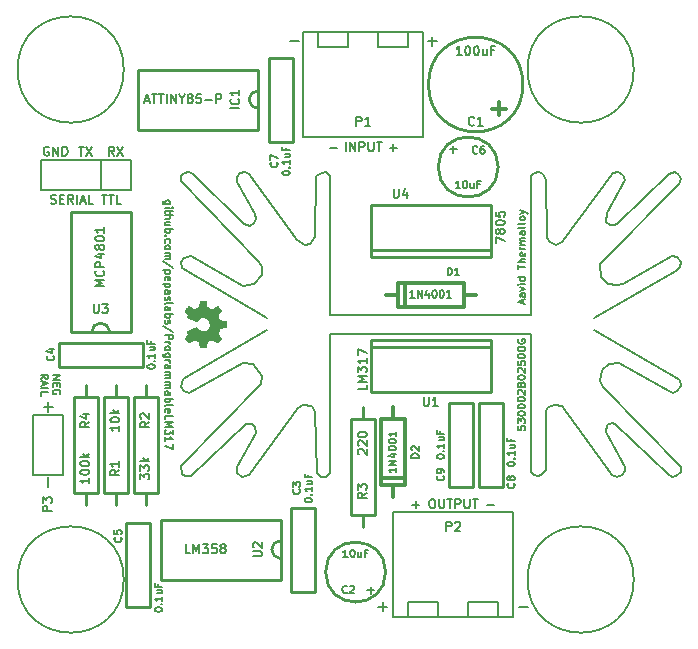
<source format=gto>
G04 (created by PCBNEW (2013-07-07 BZR 4022)-stable) date 4/8/2015 6:02:03 PM*
%MOIN*%
G04 Gerber Fmt 3.4, Leading zero omitted, Abs format*
%FSLAX34Y34*%
G01*
G70*
G90*
G04 APERTURE LIST*
%ADD10C,0.00590551*%
%ADD11C,0.005*%
%ADD12C,0.008*%
%ADD13C,0.006*%
%ADD14C,0.01*%
%ADD15C,0.0001*%
%ADD16C,0.012*%
G04 APERTURE END LIST*
G54D10*
G54D11*
X48648Y-59940D02*
X48898Y-59940D01*
X48648Y-60083D01*
X48898Y-60083D01*
X48779Y-60202D02*
X48779Y-60285D01*
X48648Y-60321D02*
X48648Y-60202D01*
X48898Y-60202D01*
X48898Y-60321D01*
X48886Y-60559D02*
X48898Y-60535D01*
X48898Y-60500D01*
X48886Y-60464D01*
X48863Y-60440D01*
X48839Y-60428D01*
X48791Y-60416D01*
X48755Y-60416D01*
X48708Y-60428D01*
X48684Y-60440D01*
X48660Y-60464D01*
X48648Y-60500D01*
X48648Y-60523D01*
X48660Y-60559D01*
X48672Y-60571D01*
X48755Y-60571D01*
X48755Y-60523D01*
X48248Y-60059D02*
X48367Y-59976D01*
X48248Y-59916D02*
X48498Y-59916D01*
X48498Y-60011D01*
X48486Y-60035D01*
X48475Y-60047D01*
X48451Y-60059D01*
X48415Y-60059D01*
X48391Y-60047D01*
X48379Y-60035D01*
X48367Y-60011D01*
X48367Y-59916D01*
X48320Y-60154D02*
X48320Y-60273D01*
X48248Y-60130D02*
X48498Y-60214D01*
X48248Y-60297D01*
X48248Y-60380D02*
X48498Y-60380D01*
X48248Y-60619D02*
X48248Y-60500D01*
X48498Y-60500D01*
G54D12*
X48509Y-63652D02*
X48509Y-63347D01*
X48509Y-61152D02*
X48509Y-60847D01*
X48661Y-61000D02*
X48357Y-61000D01*
G54D11*
X52565Y-54232D02*
X52363Y-54232D01*
X52339Y-54220D01*
X52327Y-54208D01*
X52315Y-54184D01*
X52315Y-54148D01*
X52327Y-54124D01*
X52410Y-54232D02*
X52398Y-54208D01*
X52398Y-54160D01*
X52410Y-54136D01*
X52422Y-54124D01*
X52446Y-54113D01*
X52517Y-54113D01*
X52541Y-54124D01*
X52553Y-54136D01*
X52565Y-54160D01*
X52565Y-54208D01*
X52553Y-54232D01*
X52398Y-54351D02*
X52565Y-54351D01*
X52648Y-54351D02*
X52636Y-54339D01*
X52625Y-54351D01*
X52636Y-54363D01*
X52648Y-54351D01*
X52625Y-54351D01*
X52565Y-54434D02*
X52565Y-54529D01*
X52648Y-54470D02*
X52434Y-54470D01*
X52410Y-54482D01*
X52398Y-54505D01*
X52398Y-54529D01*
X52398Y-54613D02*
X52648Y-54613D01*
X52398Y-54720D02*
X52529Y-54720D01*
X52553Y-54708D01*
X52565Y-54684D01*
X52565Y-54648D01*
X52553Y-54624D01*
X52541Y-54613D01*
X52565Y-54946D02*
X52398Y-54946D01*
X52565Y-54839D02*
X52434Y-54839D01*
X52410Y-54851D01*
X52398Y-54874D01*
X52398Y-54910D01*
X52410Y-54934D01*
X52422Y-54946D01*
X52398Y-55065D02*
X52648Y-55065D01*
X52553Y-55065D02*
X52565Y-55089D01*
X52565Y-55136D01*
X52553Y-55160D01*
X52541Y-55172D01*
X52517Y-55184D01*
X52446Y-55184D01*
X52422Y-55172D01*
X52410Y-55160D01*
X52398Y-55136D01*
X52398Y-55089D01*
X52410Y-55065D01*
X52422Y-55291D02*
X52410Y-55303D01*
X52398Y-55291D01*
X52410Y-55279D01*
X52422Y-55291D01*
X52398Y-55291D01*
X52410Y-55517D02*
X52398Y-55494D01*
X52398Y-55446D01*
X52410Y-55422D01*
X52422Y-55410D01*
X52446Y-55398D01*
X52517Y-55398D01*
X52541Y-55410D01*
X52553Y-55422D01*
X52565Y-55446D01*
X52565Y-55494D01*
X52553Y-55517D01*
X52398Y-55660D02*
X52410Y-55636D01*
X52422Y-55624D01*
X52446Y-55613D01*
X52517Y-55613D01*
X52541Y-55624D01*
X52553Y-55636D01*
X52565Y-55660D01*
X52565Y-55696D01*
X52553Y-55720D01*
X52541Y-55732D01*
X52517Y-55744D01*
X52446Y-55744D01*
X52422Y-55732D01*
X52410Y-55720D01*
X52398Y-55696D01*
X52398Y-55660D01*
X52398Y-55851D02*
X52565Y-55851D01*
X52541Y-55851D02*
X52553Y-55863D01*
X52565Y-55886D01*
X52565Y-55922D01*
X52553Y-55946D01*
X52529Y-55958D01*
X52398Y-55958D01*
X52529Y-55958D02*
X52553Y-55970D01*
X52565Y-55994D01*
X52565Y-56029D01*
X52553Y-56053D01*
X52529Y-56065D01*
X52398Y-56065D01*
X52660Y-56363D02*
X52339Y-56148D01*
X52565Y-56446D02*
X52315Y-56446D01*
X52553Y-56446D02*
X52565Y-56470D01*
X52565Y-56517D01*
X52553Y-56541D01*
X52541Y-56553D01*
X52517Y-56565D01*
X52446Y-56565D01*
X52422Y-56553D01*
X52410Y-56541D01*
X52398Y-56517D01*
X52398Y-56470D01*
X52410Y-56446D01*
X52410Y-56767D02*
X52398Y-56744D01*
X52398Y-56696D01*
X52410Y-56672D01*
X52434Y-56660D01*
X52529Y-56660D01*
X52553Y-56672D01*
X52565Y-56696D01*
X52565Y-56744D01*
X52553Y-56767D01*
X52529Y-56779D01*
X52505Y-56779D01*
X52482Y-56660D01*
X52565Y-56886D02*
X52315Y-56886D01*
X52553Y-56886D02*
X52565Y-56910D01*
X52565Y-56958D01*
X52553Y-56982D01*
X52541Y-56994D01*
X52517Y-57005D01*
X52446Y-57005D01*
X52422Y-56994D01*
X52410Y-56982D01*
X52398Y-56958D01*
X52398Y-56910D01*
X52410Y-56886D01*
X52398Y-57220D02*
X52529Y-57220D01*
X52553Y-57208D01*
X52565Y-57184D01*
X52565Y-57136D01*
X52553Y-57113D01*
X52410Y-57220D02*
X52398Y-57196D01*
X52398Y-57136D01*
X52410Y-57113D01*
X52434Y-57101D01*
X52458Y-57101D01*
X52482Y-57113D01*
X52494Y-57136D01*
X52494Y-57196D01*
X52505Y-57220D01*
X52410Y-57327D02*
X52398Y-57351D01*
X52398Y-57398D01*
X52410Y-57422D01*
X52434Y-57434D01*
X52446Y-57434D01*
X52470Y-57422D01*
X52482Y-57398D01*
X52482Y-57363D01*
X52494Y-57339D01*
X52517Y-57327D01*
X52529Y-57327D01*
X52553Y-57339D01*
X52565Y-57363D01*
X52565Y-57398D01*
X52553Y-57422D01*
X52398Y-57577D02*
X52410Y-57553D01*
X52434Y-57541D01*
X52648Y-57541D01*
X52398Y-57779D02*
X52529Y-57779D01*
X52553Y-57767D01*
X52565Y-57744D01*
X52565Y-57696D01*
X52553Y-57672D01*
X52410Y-57779D02*
X52398Y-57755D01*
X52398Y-57696D01*
X52410Y-57672D01*
X52434Y-57660D01*
X52458Y-57660D01*
X52482Y-57672D01*
X52494Y-57696D01*
X52494Y-57755D01*
X52505Y-57779D01*
X52398Y-57898D02*
X52648Y-57898D01*
X52553Y-57898D02*
X52565Y-57922D01*
X52565Y-57970D01*
X52553Y-57994D01*
X52541Y-58005D01*
X52517Y-58017D01*
X52446Y-58017D01*
X52422Y-58005D01*
X52410Y-57994D01*
X52398Y-57970D01*
X52398Y-57922D01*
X52410Y-57898D01*
X52410Y-58113D02*
X52398Y-58136D01*
X52398Y-58184D01*
X52410Y-58208D01*
X52434Y-58220D01*
X52446Y-58220D01*
X52470Y-58208D01*
X52482Y-58184D01*
X52482Y-58148D01*
X52494Y-58125D01*
X52517Y-58113D01*
X52529Y-58113D01*
X52553Y-58125D01*
X52565Y-58148D01*
X52565Y-58184D01*
X52553Y-58208D01*
X52660Y-58505D02*
X52339Y-58291D01*
X52398Y-58589D02*
X52648Y-58589D01*
X52648Y-58684D01*
X52636Y-58708D01*
X52625Y-58720D01*
X52601Y-58732D01*
X52565Y-58732D01*
X52541Y-58720D01*
X52529Y-58708D01*
X52517Y-58684D01*
X52517Y-58589D01*
X52398Y-58839D02*
X52565Y-58839D01*
X52517Y-58839D02*
X52541Y-58851D01*
X52553Y-58863D01*
X52565Y-58886D01*
X52565Y-58910D01*
X52398Y-59029D02*
X52410Y-59005D01*
X52422Y-58994D01*
X52446Y-58982D01*
X52517Y-58982D01*
X52541Y-58994D01*
X52553Y-59005D01*
X52565Y-59029D01*
X52565Y-59065D01*
X52553Y-59089D01*
X52541Y-59101D01*
X52517Y-59113D01*
X52446Y-59113D01*
X52422Y-59101D01*
X52410Y-59089D01*
X52398Y-59065D01*
X52398Y-59029D01*
X52565Y-59327D02*
X52363Y-59327D01*
X52339Y-59315D01*
X52327Y-59303D01*
X52315Y-59279D01*
X52315Y-59244D01*
X52327Y-59220D01*
X52410Y-59327D02*
X52398Y-59303D01*
X52398Y-59255D01*
X52410Y-59232D01*
X52422Y-59220D01*
X52446Y-59208D01*
X52517Y-59208D01*
X52541Y-59220D01*
X52553Y-59232D01*
X52565Y-59255D01*
X52565Y-59303D01*
X52553Y-59327D01*
X52398Y-59446D02*
X52565Y-59446D01*
X52517Y-59446D02*
X52541Y-59458D01*
X52553Y-59470D01*
X52565Y-59494D01*
X52565Y-59517D01*
X52398Y-59708D02*
X52529Y-59708D01*
X52553Y-59696D01*
X52565Y-59672D01*
X52565Y-59625D01*
X52553Y-59601D01*
X52410Y-59708D02*
X52398Y-59684D01*
X52398Y-59625D01*
X52410Y-59601D01*
X52434Y-59589D01*
X52458Y-59589D01*
X52482Y-59601D01*
X52494Y-59625D01*
X52494Y-59684D01*
X52505Y-59708D01*
X52398Y-59827D02*
X52565Y-59827D01*
X52541Y-59827D02*
X52553Y-59839D01*
X52565Y-59863D01*
X52565Y-59898D01*
X52553Y-59922D01*
X52529Y-59934D01*
X52398Y-59934D01*
X52529Y-59934D02*
X52553Y-59946D01*
X52565Y-59970D01*
X52565Y-60005D01*
X52553Y-60029D01*
X52529Y-60041D01*
X52398Y-60041D01*
X52398Y-60160D02*
X52565Y-60160D01*
X52541Y-60160D02*
X52553Y-60172D01*
X52565Y-60196D01*
X52565Y-60232D01*
X52553Y-60255D01*
X52529Y-60267D01*
X52398Y-60267D01*
X52529Y-60267D02*
X52553Y-60279D01*
X52565Y-60303D01*
X52565Y-60339D01*
X52553Y-60363D01*
X52529Y-60375D01*
X52398Y-60375D01*
X52398Y-60601D02*
X52529Y-60601D01*
X52553Y-60589D01*
X52565Y-60565D01*
X52565Y-60517D01*
X52553Y-60494D01*
X52410Y-60601D02*
X52398Y-60577D01*
X52398Y-60517D01*
X52410Y-60494D01*
X52434Y-60482D01*
X52458Y-60482D01*
X52482Y-60494D01*
X52494Y-60517D01*
X52494Y-60577D01*
X52505Y-60601D01*
X52398Y-60720D02*
X52648Y-60720D01*
X52553Y-60720D02*
X52565Y-60744D01*
X52565Y-60791D01*
X52553Y-60815D01*
X52541Y-60827D01*
X52517Y-60839D01*
X52446Y-60839D01*
X52422Y-60827D01*
X52410Y-60815D01*
X52398Y-60791D01*
X52398Y-60744D01*
X52410Y-60720D01*
X52398Y-60982D02*
X52410Y-60958D01*
X52434Y-60946D01*
X52648Y-60946D01*
X52410Y-61172D02*
X52398Y-61148D01*
X52398Y-61101D01*
X52410Y-61077D01*
X52434Y-61065D01*
X52529Y-61065D01*
X52553Y-61077D01*
X52565Y-61101D01*
X52565Y-61148D01*
X52553Y-61172D01*
X52529Y-61184D01*
X52505Y-61184D01*
X52482Y-61065D01*
X52398Y-61410D02*
X52398Y-61291D01*
X52648Y-61291D01*
X52398Y-61494D02*
X52648Y-61494D01*
X52470Y-61577D01*
X52648Y-61660D01*
X52398Y-61660D01*
X52648Y-61755D02*
X52648Y-61910D01*
X52553Y-61827D01*
X52553Y-61863D01*
X52541Y-61886D01*
X52529Y-61898D01*
X52505Y-61910D01*
X52446Y-61910D01*
X52422Y-61898D01*
X52410Y-61886D01*
X52398Y-61863D01*
X52398Y-61791D01*
X52410Y-61767D01*
X52422Y-61755D01*
X52398Y-62148D02*
X52398Y-62005D01*
X52398Y-62077D02*
X52648Y-62077D01*
X52613Y-62053D01*
X52589Y-62029D01*
X52577Y-62005D01*
X52648Y-62232D02*
X52648Y-62398D01*
X52398Y-62291D01*
G54D13*
X48521Y-52335D02*
X48492Y-52321D01*
X48450Y-52321D01*
X48407Y-52335D01*
X48378Y-52364D01*
X48364Y-52392D01*
X48350Y-52450D01*
X48350Y-52492D01*
X48364Y-52550D01*
X48378Y-52578D01*
X48407Y-52607D01*
X48450Y-52621D01*
X48478Y-52621D01*
X48521Y-52607D01*
X48535Y-52592D01*
X48535Y-52492D01*
X48478Y-52492D01*
X48664Y-52621D02*
X48664Y-52321D01*
X48835Y-52621D01*
X48835Y-52321D01*
X48978Y-52621D02*
X48978Y-52321D01*
X49050Y-52321D01*
X49092Y-52335D01*
X49121Y-52364D01*
X49135Y-52392D01*
X49150Y-52450D01*
X49150Y-52492D01*
X49135Y-52550D01*
X49121Y-52578D01*
X49092Y-52607D01*
X49050Y-52621D01*
X48978Y-52621D01*
X50700Y-52621D02*
X50600Y-52478D01*
X50528Y-52621D02*
X50528Y-52321D01*
X50642Y-52321D01*
X50671Y-52335D01*
X50685Y-52350D01*
X50700Y-52378D01*
X50700Y-52421D01*
X50685Y-52450D01*
X50671Y-52464D01*
X50642Y-52478D01*
X50528Y-52478D01*
X50800Y-52321D02*
X51000Y-52621D01*
X51000Y-52321D02*
X50800Y-52621D01*
X49521Y-52321D02*
X49692Y-52321D01*
X49607Y-52621D02*
X49607Y-52321D01*
X49764Y-52321D02*
X49964Y-52621D01*
X49964Y-52321D02*
X49764Y-52621D01*
X48592Y-54207D02*
X48635Y-54221D01*
X48707Y-54221D01*
X48735Y-54207D01*
X48750Y-54192D01*
X48764Y-54164D01*
X48764Y-54135D01*
X48750Y-54107D01*
X48735Y-54092D01*
X48707Y-54078D01*
X48650Y-54064D01*
X48621Y-54050D01*
X48607Y-54035D01*
X48592Y-54007D01*
X48592Y-53978D01*
X48607Y-53950D01*
X48621Y-53935D01*
X48650Y-53921D01*
X48721Y-53921D01*
X48764Y-53935D01*
X48892Y-54064D02*
X48992Y-54064D01*
X49035Y-54221D02*
X48892Y-54221D01*
X48892Y-53921D01*
X49035Y-53921D01*
X49335Y-54221D02*
X49235Y-54078D01*
X49164Y-54221D02*
X49164Y-53921D01*
X49278Y-53921D01*
X49307Y-53935D01*
X49321Y-53950D01*
X49335Y-53978D01*
X49335Y-54021D01*
X49321Y-54050D01*
X49307Y-54064D01*
X49278Y-54078D01*
X49164Y-54078D01*
X49464Y-54221D02*
X49464Y-53921D01*
X49592Y-54135D02*
X49735Y-54135D01*
X49564Y-54221D02*
X49664Y-53921D01*
X49764Y-54221D01*
X50007Y-54221D02*
X49864Y-54221D01*
X49864Y-53921D01*
X50292Y-53921D02*
X50464Y-53921D01*
X50378Y-54221D02*
X50378Y-53921D01*
X50521Y-53921D02*
X50692Y-53921D01*
X50607Y-54221D02*
X50607Y-53921D01*
X50935Y-54221D02*
X50792Y-54221D01*
X50792Y-53921D01*
G54D12*
X56547Y-48809D02*
X56852Y-48809D01*
X61147Y-48809D02*
X61452Y-48809D01*
X61300Y-48961D02*
X61300Y-48657D01*
G54D13*
X59885Y-52357D02*
X60114Y-52357D01*
X60000Y-52471D02*
X60000Y-52242D01*
X57885Y-52357D02*
X58114Y-52357D01*
X58421Y-52471D02*
X58421Y-52171D01*
X58564Y-52471D02*
X58564Y-52171D01*
X58735Y-52471D01*
X58735Y-52171D01*
X58878Y-52471D02*
X58878Y-52171D01*
X58992Y-52171D01*
X59021Y-52185D01*
X59035Y-52200D01*
X59050Y-52228D01*
X59050Y-52271D01*
X59035Y-52300D01*
X59021Y-52314D01*
X58992Y-52328D01*
X58878Y-52328D01*
X59178Y-52171D02*
X59178Y-52414D01*
X59192Y-52442D01*
X59207Y-52457D01*
X59235Y-52471D01*
X59292Y-52471D01*
X59321Y-52457D01*
X59335Y-52442D01*
X59350Y-52414D01*
X59350Y-52171D01*
X59450Y-52171D02*
X59621Y-52171D01*
X59535Y-52471D02*
X59535Y-52171D01*
X63135Y-64257D02*
X63364Y-64257D01*
X61278Y-64071D02*
X61335Y-64071D01*
X61364Y-64085D01*
X61392Y-64114D01*
X61407Y-64171D01*
X61407Y-64271D01*
X61392Y-64328D01*
X61364Y-64357D01*
X61335Y-64371D01*
X61278Y-64371D01*
X61250Y-64357D01*
X61221Y-64328D01*
X61207Y-64271D01*
X61207Y-64171D01*
X61221Y-64114D01*
X61250Y-64085D01*
X61278Y-64071D01*
X61535Y-64071D02*
X61535Y-64314D01*
X61550Y-64342D01*
X61564Y-64357D01*
X61592Y-64371D01*
X61650Y-64371D01*
X61678Y-64357D01*
X61692Y-64342D01*
X61707Y-64314D01*
X61707Y-64071D01*
X61807Y-64071D02*
X61978Y-64071D01*
X61892Y-64371D02*
X61892Y-64071D01*
X62078Y-64371D02*
X62078Y-64071D01*
X62192Y-64071D01*
X62221Y-64085D01*
X62235Y-64100D01*
X62250Y-64128D01*
X62250Y-64171D01*
X62235Y-64200D01*
X62221Y-64214D01*
X62192Y-64228D01*
X62078Y-64228D01*
X62378Y-64071D02*
X62378Y-64314D01*
X62392Y-64342D01*
X62407Y-64357D01*
X62435Y-64371D01*
X62492Y-64371D01*
X62521Y-64357D01*
X62535Y-64342D01*
X62550Y-64314D01*
X62550Y-64071D01*
X62650Y-64071D02*
X62821Y-64071D01*
X62735Y-64371D02*
X62735Y-64071D01*
X60635Y-64257D02*
X60864Y-64257D01*
X60750Y-64371D02*
X60750Y-64142D01*
G54D12*
X64197Y-67659D02*
X64502Y-67659D01*
X59497Y-67659D02*
X59802Y-67659D01*
X59650Y-67811D02*
X59650Y-67507D01*
G54D14*
X63250Y-55750D02*
X63250Y-56000D01*
X63250Y-56000D02*
X59250Y-56000D01*
X59250Y-56000D02*
X59250Y-55750D01*
X63250Y-54250D02*
X63250Y-55750D01*
X63250Y-55750D02*
X59250Y-55750D01*
X59250Y-55750D02*
X59250Y-54250D01*
X59250Y-54250D02*
X63250Y-54250D01*
X63500Y-53000D02*
G75*
G03X63500Y-53000I-1000J0D01*
G74*
G01*
X59250Y-59000D02*
X59250Y-58750D01*
X59250Y-58750D02*
X63250Y-58750D01*
X63250Y-58750D02*
X63250Y-59000D01*
X59250Y-60500D02*
X59250Y-59000D01*
X59250Y-59000D02*
X63250Y-59000D01*
X63250Y-59000D02*
X63250Y-60500D01*
X63250Y-60500D02*
X59250Y-60500D01*
X50750Y-64250D02*
X50750Y-63850D01*
X50750Y-63850D02*
X50350Y-63850D01*
X50350Y-63850D02*
X50350Y-60650D01*
X50350Y-60650D02*
X51150Y-60650D01*
X51150Y-60650D02*
X51150Y-63850D01*
X51150Y-63850D02*
X50750Y-63850D01*
X50750Y-60250D02*
X50750Y-60650D01*
X51750Y-60250D02*
X51750Y-60650D01*
X51750Y-60650D02*
X52150Y-60650D01*
X52150Y-60650D02*
X52150Y-63850D01*
X52150Y-63850D02*
X51350Y-63850D01*
X51350Y-63850D02*
X51350Y-60650D01*
X51350Y-60650D02*
X51750Y-60650D01*
X51750Y-64250D02*
X51750Y-63850D01*
G54D13*
X51250Y-52750D02*
X51250Y-53750D01*
X51250Y-53750D02*
X48250Y-53750D01*
X48250Y-53750D02*
X48250Y-52750D01*
X48250Y-52750D02*
X51250Y-52750D01*
X50250Y-53750D02*
X50250Y-52750D01*
G54D14*
X64324Y-50250D02*
G75*
G03X64324Y-50250I-1574J0D01*
G74*
G01*
X55950Y-65750D02*
G75*
G03X56250Y-66050I300J0D01*
G74*
G01*
X56250Y-65450D02*
G75*
G03X55950Y-65750I0J-300D01*
G74*
G01*
X56250Y-66750D02*
X52250Y-66750D01*
X52250Y-66750D02*
X52250Y-64750D01*
X52250Y-64750D02*
X56250Y-64750D01*
X56250Y-64750D02*
X56250Y-66750D01*
X50250Y-58200D02*
G75*
G03X49950Y-58500I0J-300D01*
G74*
G01*
X50550Y-58500D02*
G75*
G03X50250Y-58200I-300J0D01*
G74*
G01*
X49250Y-58500D02*
X49250Y-54500D01*
X49250Y-54500D02*
X51250Y-54500D01*
X51250Y-54500D02*
X51250Y-58500D01*
X51250Y-58500D02*
X49250Y-58500D01*
X55200Y-50750D02*
G75*
G03X55500Y-51050I300J0D01*
G74*
G01*
X55500Y-50450D02*
G75*
G03X55200Y-50750I0J-300D01*
G74*
G01*
X55500Y-51750D02*
X51500Y-51750D01*
X51500Y-51750D02*
X51500Y-49750D01*
X51500Y-49750D02*
X55500Y-49750D01*
X55500Y-49750D02*
X55500Y-51750D01*
G54D10*
X57750Y-53180D02*
X57900Y-53300D01*
X57900Y-57940D02*
X57900Y-53300D01*
X57760Y-63320D02*
X57900Y-63200D01*
X57900Y-58560D02*
X57900Y-63200D01*
X64680Y-53210D02*
X64600Y-53300D01*
X64600Y-57940D02*
X64600Y-53300D01*
X64600Y-63150D02*
X64700Y-63280D01*
X64600Y-58560D02*
X64600Y-63150D01*
X66690Y-58421D02*
X69550Y-60111D01*
X69550Y-60111D02*
X69590Y-60291D01*
X69590Y-60291D02*
X69470Y-60471D01*
X69470Y-60471D02*
X69320Y-60521D01*
X69320Y-60521D02*
X69180Y-60481D01*
X69180Y-60481D02*
X67530Y-59531D01*
X67530Y-59531D02*
X67200Y-59551D01*
X67200Y-59551D02*
X66960Y-59771D01*
X66960Y-59771D02*
X66890Y-60141D01*
X66890Y-60141D02*
X66990Y-60341D01*
X66990Y-60341D02*
X69600Y-63011D01*
X69600Y-63011D02*
X69580Y-63181D01*
X69580Y-63181D02*
X69420Y-63311D01*
X69420Y-63311D02*
X69280Y-63321D01*
X69280Y-63321D02*
X69160Y-63241D01*
X69160Y-63241D02*
X67410Y-61551D01*
X67410Y-61551D02*
X67290Y-61541D01*
X67290Y-61541D02*
X67140Y-61601D01*
X67140Y-61601D02*
X67080Y-61821D01*
X67080Y-61821D02*
X67730Y-63011D01*
X67730Y-63011D02*
X67730Y-63141D01*
X67730Y-63141D02*
X67620Y-63281D01*
X67620Y-63281D02*
X67460Y-63321D01*
X67460Y-63321D02*
X67310Y-63281D01*
X67310Y-63281D02*
X65630Y-60981D01*
X65630Y-60981D02*
X65380Y-60931D01*
X65380Y-60931D02*
X65170Y-61011D01*
X65170Y-61011D02*
X65100Y-61141D01*
X65100Y-61141D02*
X65100Y-63101D01*
X65100Y-63101D02*
X64940Y-63281D01*
X64940Y-63281D02*
X64820Y-63311D01*
X64820Y-63311D02*
X64700Y-63281D01*
X64680Y-53210D02*
X64850Y-53171D01*
X64850Y-53171D02*
X64990Y-53231D01*
X64990Y-53231D02*
X65090Y-53431D01*
X65090Y-53431D02*
X65120Y-55361D01*
X65120Y-55361D02*
X65240Y-55511D01*
X65240Y-55511D02*
X65440Y-55591D01*
X65440Y-55591D02*
X65640Y-55491D01*
X65640Y-55491D02*
X67330Y-53201D01*
X67330Y-53201D02*
X67500Y-53171D01*
X67500Y-53171D02*
X67670Y-53251D01*
X67670Y-53251D02*
X67740Y-53431D01*
X67740Y-53431D02*
X67130Y-54541D01*
X67130Y-54541D02*
X67100Y-54821D01*
X67100Y-54821D02*
X67230Y-54941D01*
X67230Y-54941D02*
X67380Y-54941D01*
X67380Y-54941D02*
X67480Y-54871D01*
X67480Y-54871D02*
X69200Y-53221D01*
X69200Y-53221D02*
X69380Y-53171D01*
X69380Y-53171D02*
X69520Y-53251D01*
X69520Y-53251D02*
X69600Y-53411D01*
X69600Y-53411D02*
X69530Y-53561D01*
X69530Y-53561D02*
X66910Y-56231D01*
X66910Y-56231D02*
X66940Y-56681D01*
X66940Y-56681D02*
X67170Y-56901D01*
X67170Y-56901D02*
X67470Y-56941D01*
X67470Y-56941D02*
X67670Y-56891D01*
X67670Y-56891D02*
X69300Y-55961D01*
X69300Y-55961D02*
X69460Y-56011D01*
X69460Y-56011D02*
X69580Y-56151D01*
X69580Y-56151D02*
X69570Y-56321D01*
X69570Y-56321D02*
X69430Y-56471D01*
X69430Y-56471D02*
X66690Y-58031D01*
X55810Y-58021D02*
X52960Y-56361D01*
X52960Y-56361D02*
X52930Y-56161D01*
X52930Y-56161D02*
X53020Y-56031D01*
X53020Y-56031D02*
X53250Y-55981D01*
X53250Y-55981D02*
X54980Y-56971D01*
X54980Y-56971D02*
X55350Y-56911D01*
X55350Y-56911D02*
X55630Y-56591D01*
X55630Y-56591D02*
X55630Y-56331D01*
X55630Y-56331D02*
X55540Y-56151D01*
X55540Y-56151D02*
X52920Y-53481D01*
X52920Y-53481D02*
X52940Y-53291D01*
X52940Y-53291D02*
X53040Y-53191D01*
X53040Y-53191D02*
X53210Y-53161D01*
X53210Y-53161D02*
X53320Y-53231D01*
X53320Y-53231D02*
X55040Y-54901D01*
X55040Y-54901D02*
X55220Y-54951D01*
X55220Y-54951D02*
X55370Y-54881D01*
X55370Y-54881D02*
X55430Y-54721D01*
X55430Y-54721D02*
X55390Y-54551D01*
X55390Y-54551D02*
X54800Y-53501D01*
X54800Y-53501D02*
X54800Y-53341D01*
X54800Y-53341D02*
X54890Y-53211D01*
X54890Y-53211D02*
X55070Y-53161D01*
X55070Y-53161D02*
X55210Y-53231D01*
X55210Y-53231D02*
X56810Y-55431D01*
X56810Y-55431D02*
X57070Y-55601D01*
X57070Y-55601D02*
X57230Y-55551D01*
X57230Y-55551D02*
X57410Y-55341D01*
X57410Y-55341D02*
X57440Y-53311D01*
X57440Y-53311D02*
X57620Y-53191D01*
X57620Y-53191D02*
X57750Y-53181D01*
X57610Y-63321D02*
X57450Y-63191D01*
X57450Y-63191D02*
X57410Y-61161D01*
X57410Y-61161D02*
X57280Y-60961D01*
X57280Y-60961D02*
X56990Y-60931D01*
X56990Y-60931D02*
X56830Y-61041D01*
X56830Y-61041D02*
X55200Y-63271D01*
X55200Y-63271D02*
X54950Y-63321D01*
X54950Y-63321D02*
X54810Y-63211D01*
X54810Y-63211D02*
X54790Y-62991D01*
X54790Y-62991D02*
X55430Y-61861D01*
X55430Y-61861D02*
X55410Y-61651D01*
X55410Y-61651D02*
X55280Y-61551D01*
X55280Y-61551D02*
X55090Y-61561D01*
X55090Y-61561D02*
X53270Y-63311D01*
X53270Y-63311D02*
X53060Y-63311D01*
X53060Y-63311D02*
X52960Y-63221D01*
X52960Y-63221D02*
X52940Y-62971D01*
X52940Y-62971D02*
X55600Y-60221D01*
X55600Y-60221D02*
X55630Y-59951D01*
X55630Y-59951D02*
X55340Y-59571D01*
X55340Y-59571D02*
X55010Y-59521D01*
X55010Y-59521D02*
X53210Y-60521D01*
X53210Y-60521D02*
X53040Y-60481D01*
X53040Y-60481D02*
X52940Y-60341D01*
X52940Y-60341D02*
X53010Y-60061D01*
X53010Y-60061D02*
X55800Y-58441D01*
X57760Y-63321D02*
X57610Y-63321D01*
X64600Y-57940D02*
X57900Y-57940D01*
X64600Y-58560D02*
X57900Y-58560D01*
X51021Y-49750D02*
G75*
G03X51021Y-49750I-1771J0D01*
G74*
G01*
X51021Y-66750D02*
G75*
G03X51021Y-66750I-1771J0D01*
G74*
G01*
X68021Y-49750D02*
G75*
G03X68021Y-49750I-1771J0D01*
G74*
G01*
X68021Y-66750D02*
G75*
G03X68021Y-66750I-1771J0D01*
G74*
G01*
G54D14*
X59750Y-66500D02*
G75*
G03X59750Y-66500I-1000J0D01*
G74*
G01*
X59000Y-65000D02*
X59000Y-64600D01*
X59000Y-64600D02*
X58600Y-64600D01*
X58600Y-64600D02*
X58600Y-61400D01*
X58600Y-61400D02*
X59400Y-61400D01*
X59400Y-61400D02*
X59400Y-64600D01*
X59400Y-64600D02*
X59000Y-64600D01*
X59000Y-61000D02*
X59000Y-61400D01*
G54D15*
G36*
X53043Y-57773D02*
X53047Y-57781D01*
X53059Y-57800D01*
X53076Y-57826D01*
X53097Y-57857D01*
X53118Y-57888D01*
X53135Y-57914D01*
X53147Y-57932D01*
X53151Y-57939D01*
X53150Y-57943D01*
X53142Y-57958D01*
X53131Y-57980D01*
X53125Y-57992D01*
X53116Y-58012D01*
X53114Y-58022D01*
X53117Y-58023D01*
X53132Y-58031D01*
X53158Y-58042D01*
X53192Y-58057D01*
X53232Y-58074D01*
X53275Y-58092D01*
X53319Y-58110D01*
X53361Y-58128D01*
X53399Y-58143D01*
X53429Y-58156D01*
X53451Y-58164D01*
X53460Y-58167D01*
X53462Y-58166D01*
X53471Y-58156D01*
X53484Y-58139D01*
X53515Y-58101D01*
X53561Y-58065D01*
X53613Y-58042D01*
X53671Y-58035D01*
X53724Y-58041D01*
X53775Y-58062D01*
X53822Y-58098D01*
X53856Y-58142D01*
X53878Y-58193D01*
X53885Y-58250D01*
X53879Y-58305D01*
X53858Y-58357D01*
X53823Y-58404D01*
X53800Y-58423D01*
X53753Y-58450D01*
X53703Y-58466D01*
X53691Y-58467D01*
X53635Y-58465D01*
X53582Y-58449D01*
X53535Y-58420D01*
X53496Y-58379D01*
X53492Y-58374D01*
X53478Y-58355D01*
X53469Y-58343D01*
X53461Y-58333D01*
X53291Y-58403D01*
X53264Y-58414D01*
X53218Y-58434D01*
X53178Y-58451D01*
X53146Y-58464D01*
X53125Y-58474D01*
X53116Y-58478D01*
X53116Y-58478D01*
X53115Y-58484D01*
X53120Y-58497D01*
X53131Y-58521D01*
X53139Y-58537D01*
X53148Y-58555D01*
X53151Y-58563D01*
X53147Y-58570D01*
X53136Y-58587D01*
X53119Y-58612D01*
X53099Y-58642D01*
X53079Y-58671D01*
X53061Y-58698D01*
X53049Y-58717D01*
X53044Y-58727D01*
X53044Y-58728D01*
X53049Y-58736D01*
X53061Y-58752D01*
X53083Y-58775D01*
X53115Y-58807D01*
X53120Y-58812D01*
X53148Y-58839D01*
X53171Y-58861D01*
X53187Y-58876D01*
X53194Y-58881D01*
X53194Y-58881D01*
X53204Y-58876D01*
X53223Y-58864D01*
X53250Y-58846D01*
X53281Y-58825D01*
X53363Y-58769D01*
X53440Y-58800D01*
X53463Y-58809D01*
X53492Y-58821D01*
X53512Y-58830D01*
X53521Y-58835D01*
X53524Y-58843D01*
X53529Y-58864D01*
X53536Y-58895D01*
X53542Y-58931D01*
X53549Y-58966D01*
X53555Y-58997D01*
X53559Y-59020D01*
X53561Y-59030D01*
X53563Y-59032D01*
X53568Y-59034D01*
X53578Y-59036D01*
X53597Y-59036D01*
X53627Y-59037D01*
X53671Y-59037D01*
X53675Y-59037D01*
X53717Y-59036D01*
X53750Y-59036D01*
X53771Y-59035D01*
X53779Y-59033D01*
X53779Y-59033D01*
X53782Y-59023D01*
X53786Y-59001D01*
X53793Y-58970D01*
X53800Y-58932D01*
X53800Y-58930D01*
X53807Y-58893D01*
X53814Y-58862D01*
X53819Y-58840D01*
X53822Y-58831D01*
X53824Y-58829D01*
X53839Y-58821D01*
X53862Y-58810D01*
X53890Y-58798D01*
X53919Y-58786D01*
X53946Y-58775D01*
X53965Y-58768D01*
X53974Y-58766D01*
X53974Y-58766D01*
X53983Y-58772D01*
X54003Y-58785D01*
X54029Y-58803D01*
X54061Y-58825D01*
X54064Y-58826D01*
X54095Y-58848D01*
X54122Y-58865D01*
X54141Y-58877D01*
X54149Y-58881D01*
X54150Y-58881D01*
X54159Y-58874D01*
X54177Y-58858D01*
X54201Y-58835D01*
X54229Y-58807D01*
X54237Y-58798D01*
X54267Y-58768D01*
X54287Y-58747D01*
X54297Y-58733D01*
X54300Y-58727D01*
X54299Y-58727D01*
X54294Y-58717D01*
X54281Y-58697D01*
X54262Y-58670D01*
X54241Y-58638D01*
X54239Y-58636D01*
X54218Y-58605D01*
X54200Y-58579D01*
X54188Y-58560D01*
X54183Y-58552D01*
X54183Y-58550D01*
X54187Y-58538D01*
X54194Y-58515D01*
X54205Y-58488D01*
X54217Y-58459D01*
X54228Y-58432D01*
X54237Y-58412D01*
X54242Y-58403D01*
X54243Y-58403D01*
X54254Y-58399D01*
X54278Y-58394D01*
X54310Y-58387D01*
X54349Y-58380D01*
X54355Y-58379D01*
X54392Y-58372D01*
X54423Y-58366D01*
X54445Y-58361D01*
X54454Y-58359D01*
X54455Y-58354D01*
X54456Y-58335D01*
X54457Y-58307D01*
X54457Y-58273D01*
X54457Y-58238D01*
X54456Y-58204D01*
X54455Y-58174D01*
X54454Y-58153D01*
X54452Y-58144D01*
X54451Y-58143D01*
X54440Y-58140D01*
X54416Y-58135D01*
X54384Y-58128D01*
X54345Y-58121D01*
X54338Y-58120D01*
X54301Y-58113D01*
X54270Y-58106D01*
X54249Y-58102D01*
X54241Y-58099D01*
X54239Y-58096D01*
X54232Y-58081D01*
X54222Y-58056D01*
X54209Y-58024D01*
X54180Y-57952D01*
X54241Y-57864D01*
X54246Y-57856D01*
X54268Y-57824D01*
X54285Y-57798D01*
X54297Y-57780D01*
X54301Y-57772D01*
X54301Y-57772D01*
X54293Y-57763D01*
X54277Y-57745D01*
X54253Y-57721D01*
X54226Y-57694D01*
X54205Y-57673D01*
X54180Y-57649D01*
X54164Y-57633D01*
X54153Y-57625D01*
X54146Y-57622D01*
X54142Y-57623D01*
X54133Y-57628D01*
X54114Y-57641D01*
X54087Y-57659D01*
X54056Y-57681D01*
X54029Y-57699D01*
X54000Y-57718D01*
X53979Y-57730D01*
X53968Y-57735D01*
X53964Y-57734D01*
X53947Y-57727D01*
X53920Y-57717D01*
X53889Y-57704D01*
X53819Y-57673D01*
X53811Y-57627D01*
X53805Y-57599D01*
X53798Y-57560D01*
X53791Y-57523D01*
X53779Y-57465D01*
X53567Y-57463D01*
X53563Y-57472D01*
X53560Y-57481D01*
X53556Y-57502D01*
X53550Y-57533D01*
X53543Y-57569D01*
X53537Y-57600D01*
X53531Y-57631D01*
X53527Y-57653D01*
X53525Y-57663D01*
X53521Y-57666D01*
X53506Y-57674D01*
X53482Y-57685D01*
X53453Y-57697D01*
X53424Y-57709D01*
X53396Y-57720D01*
X53375Y-57728D01*
X53364Y-57731D01*
X53356Y-57727D01*
X53338Y-57715D01*
X53312Y-57698D01*
X53281Y-57677D01*
X53250Y-57655D01*
X53223Y-57638D01*
X53204Y-57625D01*
X53196Y-57620D01*
X53190Y-57623D01*
X53175Y-57635D01*
X53151Y-57658D01*
X53116Y-57693D01*
X53111Y-57699D01*
X53084Y-57726D01*
X53063Y-57750D01*
X53048Y-57766D01*
X53043Y-57773D01*
X53043Y-57773D01*
G37*
G54D16*
X60000Y-61400D02*
X60000Y-61000D01*
X60000Y-63600D02*
X60000Y-64000D01*
X59600Y-61400D02*
X59600Y-63600D01*
X60400Y-63600D02*
X60400Y-61400D01*
X60400Y-63350D02*
X59600Y-63350D01*
X60000Y-63600D02*
X60400Y-63600D01*
X60400Y-61400D02*
X60000Y-61400D01*
X60000Y-61400D02*
X59600Y-61400D01*
X59600Y-63600D02*
X60000Y-63600D01*
X62350Y-57250D02*
X62750Y-57250D01*
X60150Y-57250D02*
X59750Y-57250D01*
X62350Y-56850D02*
X60150Y-56850D01*
X60150Y-57650D02*
X62350Y-57650D01*
X60400Y-57650D02*
X60400Y-56850D01*
X60150Y-57250D02*
X60150Y-57650D01*
X62350Y-57650D02*
X62350Y-57250D01*
X62350Y-57250D02*
X62350Y-56850D01*
X60150Y-56850D02*
X60150Y-57250D01*
G54D14*
X49750Y-60250D02*
X49750Y-60650D01*
X49750Y-60650D02*
X50150Y-60650D01*
X50150Y-60650D02*
X50150Y-63850D01*
X50150Y-63850D02*
X49350Y-63850D01*
X49350Y-63850D02*
X49350Y-60650D01*
X49350Y-60650D02*
X49750Y-60650D01*
X49750Y-64250D02*
X49750Y-63850D01*
G54D13*
X48000Y-61250D02*
X49000Y-61250D01*
X49000Y-61250D02*
X49000Y-63250D01*
X49000Y-63250D02*
X48000Y-63250D01*
X48000Y-63250D02*
X48000Y-61250D01*
G54D10*
X62500Y-68000D02*
X62500Y-67500D01*
X62500Y-67500D02*
X63500Y-67500D01*
X63500Y-67500D02*
X63500Y-68000D01*
X60500Y-68000D02*
X60500Y-67500D01*
X60500Y-67500D02*
X61500Y-67500D01*
X61500Y-67500D02*
X61500Y-68000D01*
X60000Y-64500D02*
X60000Y-68000D01*
X60000Y-68000D02*
X64000Y-68000D01*
X64000Y-68000D02*
X64000Y-64500D01*
X64000Y-64500D02*
X60000Y-64500D01*
X58500Y-48500D02*
X58500Y-49000D01*
X58500Y-49000D02*
X57500Y-49000D01*
X57500Y-49000D02*
X57500Y-48500D01*
X60500Y-48500D02*
X60500Y-49000D01*
X60500Y-49000D02*
X59500Y-49000D01*
X59500Y-49000D02*
X59500Y-48500D01*
X61000Y-52000D02*
X61000Y-48500D01*
X61000Y-48500D02*
X57000Y-48500D01*
X57000Y-48500D02*
X57000Y-52000D01*
X57000Y-52000D02*
X61000Y-52000D01*
G54D14*
X55850Y-52150D02*
X55850Y-49350D01*
X55850Y-49350D02*
X56650Y-49350D01*
X56650Y-49350D02*
X56650Y-52150D01*
X56650Y-52150D02*
X55850Y-52150D01*
X62650Y-60850D02*
X62650Y-63650D01*
X62650Y-63650D02*
X61850Y-63650D01*
X61850Y-63650D02*
X61850Y-60850D01*
X61850Y-60850D02*
X62650Y-60850D01*
X51650Y-59650D02*
X48850Y-59650D01*
X48850Y-59650D02*
X48850Y-58850D01*
X48850Y-58850D02*
X51650Y-58850D01*
X51650Y-58850D02*
X51650Y-59650D01*
X51100Y-67650D02*
X51100Y-64850D01*
X51100Y-64850D02*
X51900Y-64850D01*
X51900Y-64850D02*
X51900Y-67650D01*
X51900Y-67650D02*
X51100Y-67650D01*
X56600Y-67150D02*
X56600Y-64350D01*
X56600Y-64350D02*
X57400Y-64350D01*
X57400Y-64350D02*
X57400Y-67150D01*
X57400Y-67150D02*
X56600Y-67150D01*
X63650Y-60850D02*
X63650Y-63650D01*
X63650Y-63650D02*
X62850Y-63650D01*
X62850Y-63650D02*
X62850Y-60850D01*
X62850Y-60850D02*
X63650Y-60850D01*
G54D13*
X60021Y-53721D02*
X60021Y-53964D01*
X60035Y-53992D01*
X60050Y-54007D01*
X60078Y-54021D01*
X60135Y-54021D01*
X60164Y-54007D01*
X60178Y-53992D01*
X60192Y-53964D01*
X60192Y-53721D01*
X60464Y-53821D02*
X60464Y-54021D01*
X60392Y-53707D02*
X60321Y-53921D01*
X60507Y-53921D01*
X63421Y-55528D02*
X63421Y-55328D01*
X63721Y-55457D01*
X63550Y-55171D02*
X63535Y-55200D01*
X63521Y-55214D01*
X63492Y-55228D01*
X63478Y-55228D01*
X63450Y-55214D01*
X63435Y-55200D01*
X63421Y-55171D01*
X63421Y-55114D01*
X63435Y-55085D01*
X63450Y-55071D01*
X63478Y-55057D01*
X63492Y-55057D01*
X63521Y-55071D01*
X63535Y-55085D01*
X63550Y-55114D01*
X63550Y-55171D01*
X63564Y-55200D01*
X63578Y-55214D01*
X63607Y-55228D01*
X63664Y-55228D01*
X63692Y-55214D01*
X63707Y-55200D01*
X63721Y-55171D01*
X63721Y-55114D01*
X63707Y-55085D01*
X63692Y-55071D01*
X63664Y-55057D01*
X63607Y-55057D01*
X63578Y-55071D01*
X63564Y-55085D01*
X63550Y-55114D01*
X63421Y-54871D02*
X63421Y-54842D01*
X63435Y-54814D01*
X63450Y-54800D01*
X63478Y-54785D01*
X63535Y-54771D01*
X63607Y-54771D01*
X63664Y-54785D01*
X63692Y-54800D01*
X63707Y-54814D01*
X63721Y-54842D01*
X63721Y-54871D01*
X63707Y-54900D01*
X63692Y-54914D01*
X63664Y-54928D01*
X63607Y-54942D01*
X63535Y-54942D01*
X63478Y-54928D01*
X63450Y-54914D01*
X63435Y-54900D01*
X63421Y-54871D01*
X63421Y-54500D02*
X63421Y-54642D01*
X63564Y-54657D01*
X63550Y-54642D01*
X63535Y-54614D01*
X63535Y-54542D01*
X63550Y-54514D01*
X63564Y-54500D01*
X63592Y-54485D01*
X63664Y-54485D01*
X63692Y-54500D01*
X63707Y-54514D01*
X63721Y-54542D01*
X63721Y-54614D01*
X63707Y-54642D01*
X63692Y-54657D01*
G54D11*
X62808Y-52527D02*
X62796Y-52539D01*
X62760Y-52551D01*
X62736Y-52551D01*
X62701Y-52539D01*
X62677Y-52515D01*
X62665Y-52491D01*
X62653Y-52444D01*
X62653Y-52408D01*
X62665Y-52360D01*
X62677Y-52336D01*
X62701Y-52313D01*
X62736Y-52301D01*
X62760Y-52301D01*
X62796Y-52313D01*
X62808Y-52325D01*
X63022Y-52301D02*
X62975Y-52301D01*
X62951Y-52313D01*
X62939Y-52325D01*
X62915Y-52360D01*
X62903Y-52408D01*
X62903Y-52503D01*
X62915Y-52527D01*
X62927Y-52539D01*
X62951Y-52551D01*
X62998Y-52551D01*
X63022Y-52539D01*
X63034Y-52527D01*
X63046Y-52503D01*
X63046Y-52444D01*
X63034Y-52420D01*
X63022Y-52408D01*
X62998Y-52396D01*
X62951Y-52396D01*
X62927Y-52408D01*
X62915Y-52420D01*
X62903Y-52444D01*
X62232Y-53701D02*
X62089Y-53701D01*
X62160Y-53701D02*
X62160Y-53451D01*
X62136Y-53486D01*
X62113Y-53510D01*
X62089Y-53522D01*
X62386Y-53451D02*
X62410Y-53451D01*
X62434Y-53463D01*
X62446Y-53475D01*
X62458Y-53498D01*
X62470Y-53546D01*
X62470Y-53605D01*
X62458Y-53653D01*
X62446Y-53677D01*
X62434Y-53689D01*
X62410Y-53701D01*
X62386Y-53701D01*
X62363Y-53689D01*
X62351Y-53677D01*
X62339Y-53653D01*
X62327Y-53605D01*
X62327Y-53546D01*
X62339Y-53498D01*
X62351Y-53475D01*
X62363Y-53463D01*
X62386Y-53451D01*
X62684Y-53534D02*
X62684Y-53701D01*
X62577Y-53534D02*
X62577Y-53665D01*
X62589Y-53689D01*
X62613Y-53701D01*
X62648Y-53701D01*
X62672Y-53689D01*
X62684Y-53677D01*
X62886Y-53570D02*
X62803Y-53570D01*
X62803Y-53701D02*
X62803Y-53451D01*
X62922Y-53451D01*
G54D13*
X61885Y-52407D02*
X62114Y-52407D01*
X62000Y-52521D02*
X62000Y-52292D01*
X61021Y-60671D02*
X61021Y-60914D01*
X61035Y-60942D01*
X61050Y-60957D01*
X61078Y-60971D01*
X61135Y-60971D01*
X61164Y-60957D01*
X61178Y-60942D01*
X61192Y-60914D01*
X61192Y-60671D01*
X61492Y-60971D02*
X61321Y-60971D01*
X61407Y-60971D02*
X61407Y-60671D01*
X61378Y-60714D01*
X61350Y-60742D01*
X61321Y-60757D01*
X59121Y-60257D02*
X59121Y-60399D01*
X58821Y-60399D01*
X59121Y-60157D02*
X58821Y-60157D01*
X59035Y-60057D01*
X58821Y-59957D01*
X59121Y-59957D01*
X58821Y-59842D02*
X58821Y-59657D01*
X58935Y-59757D01*
X58935Y-59714D01*
X58950Y-59685D01*
X58964Y-59671D01*
X58992Y-59657D01*
X59064Y-59657D01*
X59092Y-59671D01*
X59107Y-59685D01*
X59121Y-59714D01*
X59121Y-59800D01*
X59107Y-59828D01*
X59092Y-59842D01*
X59121Y-59371D02*
X59121Y-59542D01*
X59121Y-59457D02*
X58821Y-59457D01*
X58864Y-59485D01*
X58892Y-59514D01*
X58907Y-59542D01*
X58821Y-59271D02*
X58821Y-59071D01*
X59121Y-59200D01*
X50871Y-63100D02*
X50728Y-63200D01*
X50871Y-63271D02*
X50571Y-63271D01*
X50571Y-63157D01*
X50585Y-63128D01*
X50600Y-63114D01*
X50628Y-63100D01*
X50671Y-63100D01*
X50700Y-63114D01*
X50714Y-63128D01*
X50728Y-63157D01*
X50728Y-63271D01*
X50871Y-62814D02*
X50871Y-62985D01*
X50871Y-62900D02*
X50571Y-62900D01*
X50614Y-62928D01*
X50642Y-62957D01*
X50657Y-62985D01*
X50871Y-61628D02*
X50871Y-61799D01*
X50871Y-61714D02*
X50571Y-61714D01*
X50614Y-61742D01*
X50642Y-61771D01*
X50657Y-61799D01*
X50571Y-61442D02*
X50571Y-61414D01*
X50585Y-61385D01*
X50600Y-61371D01*
X50628Y-61357D01*
X50685Y-61342D01*
X50757Y-61342D01*
X50814Y-61357D01*
X50842Y-61371D01*
X50857Y-61385D01*
X50871Y-61414D01*
X50871Y-61442D01*
X50857Y-61471D01*
X50842Y-61485D01*
X50814Y-61499D01*
X50757Y-61514D01*
X50685Y-61514D01*
X50628Y-61499D01*
X50600Y-61485D01*
X50585Y-61471D01*
X50571Y-61442D01*
X50871Y-61214D02*
X50571Y-61214D01*
X50757Y-61185D02*
X50871Y-61100D01*
X50671Y-61100D02*
X50785Y-61214D01*
X51871Y-61500D02*
X51728Y-61600D01*
X51871Y-61671D02*
X51571Y-61671D01*
X51571Y-61557D01*
X51585Y-61528D01*
X51600Y-61514D01*
X51628Y-61500D01*
X51671Y-61500D01*
X51700Y-61514D01*
X51714Y-61528D01*
X51728Y-61557D01*
X51728Y-61671D01*
X51600Y-61385D02*
X51585Y-61371D01*
X51571Y-61342D01*
X51571Y-61271D01*
X51585Y-61242D01*
X51600Y-61228D01*
X51628Y-61214D01*
X51657Y-61214D01*
X51700Y-61228D01*
X51871Y-61400D01*
X51871Y-61214D01*
X51571Y-63414D02*
X51571Y-63228D01*
X51685Y-63328D01*
X51685Y-63285D01*
X51700Y-63257D01*
X51714Y-63242D01*
X51742Y-63228D01*
X51814Y-63228D01*
X51842Y-63242D01*
X51857Y-63257D01*
X51871Y-63285D01*
X51871Y-63371D01*
X51857Y-63399D01*
X51842Y-63414D01*
X51571Y-63128D02*
X51571Y-62942D01*
X51685Y-63042D01*
X51685Y-62999D01*
X51700Y-62971D01*
X51714Y-62957D01*
X51742Y-62942D01*
X51814Y-62942D01*
X51842Y-62957D01*
X51857Y-62971D01*
X51871Y-62999D01*
X51871Y-63085D01*
X51857Y-63114D01*
X51842Y-63128D01*
X51871Y-62814D02*
X51571Y-62814D01*
X51757Y-62785D02*
X51871Y-62700D01*
X51671Y-62700D02*
X51785Y-62814D01*
X62700Y-51592D02*
X62685Y-51607D01*
X62642Y-51621D01*
X62614Y-51621D01*
X62571Y-51607D01*
X62542Y-51578D01*
X62528Y-51550D01*
X62514Y-51492D01*
X62514Y-51450D01*
X62528Y-51392D01*
X62542Y-51364D01*
X62571Y-51335D01*
X62614Y-51321D01*
X62642Y-51321D01*
X62685Y-51335D01*
X62700Y-51350D01*
X62985Y-51621D02*
X62814Y-51621D01*
X62900Y-51621D02*
X62900Y-51321D01*
X62871Y-51364D01*
X62842Y-51392D01*
X62814Y-51407D01*
X62285Y-49271D02*
X62114Y-49271D01*
X62200Y-49271D02*
X62200Y-48971D01*
X62171Y-49014D01*
X62142Y-49042D01*
X62114Y-49057D01*
X62471Y-48971D02*
X62500Y-48971D01*
X62528Y-48985D01*
X62542Y-49000D01*
X62557Y-49028D01*
X62571Y-49085D01*
X62571Y-49157D01*
X62557Y-49214D01*
X62542Y-49242D01*
X62528Y-49257D01*
X62500Y-49271D01*
X62471Y-49271D01*
X62442Y-49257D01*
X62428Y-49242D01*
X62414Y-49214D01*
X62400Y-49157D01*
X62400Y-49085D01*
X62414Y-49028D01*
X62428Y-49000D01*
X62442Y-48985D01*
X62471Y-48971D01*
X62757Y-48971D02*
X62785Y-48971D01*
X62814Y-48985D01*
X62828Y-49000D01*
X62842Y-49028D01*
X62857Y-49085D01*
X62857Y-49157D01*
X62842Y-49214D01*
X62828Y-49242D01*
X62814Y-49257D01*
X62785Y-49271D01*
X62757Y-49271D01*
X62728Y-49257D01*
X62714Y-49242D01*
X62700Y-49214D01*
X62685Y-49157D01*
X62685Y-49085D01*
X62700Y-49028D01*
X62714Y-49000D01*
X62728Y-48985D01*
X62757Y-48971D01*
X63114Y-49071D02*
X63114Y-49271D01*
X62985Y-49071D02*
X62985Y-49228D01*
X62999Y-49257D01*
X63028Y-49271D01*
X63071Y-49271D01*
X63099Y-49257D01*
X63114Y-49242D01*
X63357Y-49114D02*
X63257Y-49114D01*
X63257Y-49271D02*
X63257Y-48971D01*
X63400Y-48971D01*
G54D16*
X63308Y-51051D02*
X63765Y-51051D01*
X63537Y-51280D02*
X63537Y-50823D01*
G54D13*
X55321Y-65978D02*
X55564Y-65978D01*
X55592Y-65964D01*
X55607Y-65950D01*
X55621Y-65921D01*
X55621Y-65864D01*
X55607Y-65835D01*
X55592Y-65821D01*
X55564Y-65807D01*
X55321Y-65807D01*
X55350Y-65678D02*
X55335Y-65664D01*
X55321Y-65635D01*
X55321Y-65564D01*
X55335Y-65535D01*
X55350Y-65521D01*
X55378Y-65507D01*
X55407Y-65507D01*
X55450Y-65521D01*
X55621Y-65692D01*
X55621Y-65507D01*
X53242Y-65871D02*
X53100Y-65871D01*
X53100Y-65571D01*
X53342Y-65871D02*
X53342Y-65571D01*
X53442Y-65785D01*
X53542Y-65571D01*
X53542Y-65871D01*
X53657Y-65571D02*
X53842Y-65571D01*
X53742Y-65685D01*
X53785Y-65685D01*
X53814Y-65700D01*
X53828Y-65714D01*
X53842Y-65742D01*
X53842Y-65814D01*
X53828Y-65842D01*
X53814Y-65857D01*
X53785Y-65871D01*
X53700Y-65871D01*
X53671Y-65857D01*
X53657Y-65842D01*
X54114Y-65571D02*
X53971Y-65571D01*
X53957Y-65714D01*
X53971Y-65700D01*
X54000Y-65685D01*
X54071Y-65685D01*
X54100Y-65700D01*
X54114Y-65714D01*
X54128Y-65742D01*
X54128Y-65814D01*
X54114Y-65842D01*
X54100Y-65857D01*
X54071Y-65871D01*
X54000Y-65871D01*
X53971Y-65857D01*
X53957Y-65842D01*
X54300Y-65700D02*
X54271Y-65685D01*
X54257Y-65671D01*
X54242Y-65642D01*
X54242Y-65628D01*
X54257Y-65600D01*
X54271Y-65585D01*
X54300Y-65571D01*
X54357Y-65571D01*
X54385Y-65585D01*
X54400Y-65600D01*
X54414Y-65628D01*
X54414Y-65642D01*
X54400Y-65671D01*
X54385Y-65685D01*
X54357Y-65700D01*
X54300Y-65700D01*
X54271Y-65714D01*
X54257Y-65728D01*
X54242Y-65757D01*
X54242Y-65814D01*
X54257Y-65842D01*
X54271Y-65857D01*
X54300Y-65871D01*
X54357Y-65871D01*
X54385Y-65857D01*
X54400Y-65842D01*
X54414Y-65814D01*
X54414Y-65757D01*
X54400Y-65728D01*
X54385Y-65714D01*
X54357Y-65700D01*
X50021Y-57571D02*
X50021Y-57814D01*
X50035Y-57842D01*
X50050Y-57857D01*
X50078Y-57871D01*
X50135Y-57871D01*
X50164Y-57857D01*
X50178Y-57842D01*
X50192Y-57814D01*
X50192Y-57571D01*
X50307Y-57571D02*
X50492Y-57571D01*
X50392Y-57685D01*
X50435Y-57685D01*
X50464Y-57700D01*
X50478Y-57714D01*
X50492Y-57742D01*
X50492Y-57814D01*
X50478Y-57842D01*
X50464Y-57857D01*
X50435Y-57871D01*
X50350Y-57871D01*
X50321Y-57857D01*
X50307Y-57842D01*
X50371Y-56971D02*
X50071Y-56971D01*
X50285Y-56871D01*
X50071Y-56771D01*
X50371Y-56771D01*
X50342Y-56457D02*
X50357Y-56471D01*
X50371Y-56514D01*
X50371Y-56542D01*
X50357Y-56585D01*
X50328Y-56614D01*
X50300Y-56628D01*
X50242Y-56642D01*
X50200Y-56642D01*
X50142Y-56628D01*
X50114Y-56614D01*
X50085Y-56585D01*
X50071Y-56542D01*
X50071Y-56514D01*
X50085Y-56471D01*
X50100Y-56457D01*
X50371Y-56328D02*
X50071Y-56328D01*
X50071Y-56214D01*
X50085Y-56185D01*
X50100Y-56171D01*
X50128Y-56157D01*
X50171Y-56157D01*
X50200Y-56171D01*
X50214Y-56185D01*
X50228Y-56214D01*
X50228Y-56328D01*
X50171Y-55899D02*
X50371Y-55899D01*
X50057Y-55971D02*
X50271Y-56042D01*
X50271Y-55857D01*
X50200Y-55699D02*
X50185Y-55728D01*
X50171Y-55742D01*
X50142Y-55757D01*
X50128Y-55757D01*
X50100Y-55742D01*
X50085Y-55728D01*
X50071Y-55699D01*
X50071Y-55642D01*
X50085Y-55614D01*
X50100Y-55599D01*
X50128Y-55585D01*
X50142Y-55585D01*
X50171Y-55599D01*
X50185Y-55614D01*
X50200Y-55642D01*
X50200Y-55699D01*
X50214Y-55728D01*
X50228Y-55742D01*
X50257Y-55757D01*
X50314Y-55757D01*
X50342Y-55742D01*
X50357Y-55728D01*
X50371Y-55699D01*
X50371Y-55642D01*
X50357Y-55614D01*
X50342Y-55599D01*
X50314Y-55585D01*
X50257Y-55585D01*
X50228Y-55599D01*
X50214Y-55614D01*
X50200Y-55642D01*
X50071Y-55400D02*
X50071Y-55371D01*
X50085Y-55342D01*
X50100Y-55328D01*
X50128Y-55314D01*
X50185Y-55300D01*
X50257Y-55300D01*
X50314Y-55314D01*
X50342Y-55328D01*
X50357Y-55342D01*
X50371Y-55371D01*
X50371Y-55400D01*
X50357Y-55428D01*
X50342Y-55442D01*
X50314Y-55457D01*
X50257Y-55471D01*
X50185Y-55471D01*
X50128Y-55457D01*
X50100Y-55442D01*
X50085Y-55428D01*
X50071Y-55400D01*
X50371Y-55014D02*
X50371Y-55185D01*
X50371Y-55100D02*
X50071Y-55100D01*
X50114Y-55128D01*
X50142Y-55157D01*
X50157Y-55185D01*
X54871Y-51042D02*
X54571Y-51042D01*
X54842Y-50728D02*
X54857Y-50742D01*
X54871Y-50785D01*
X54871Y-50814D01*
X54857Y-50857D01*
X54828Y-50885D01*
X54800Y-50899D01*
X54742Y-50914D01*
X54700Y-50914D01*
X54642Y-50899D01*
X54614Y-50885D01*
X54585Y-50857D01*
X54571Y-50814D01*
X54571Y-50785D01*
X54585Y-50742D01*
X54600Y-50728D01*
X54871Y-50442D02*
X54871Y-50614D01*
X54871Y-50528D02*
X54571Y-50528D01*
X54614Y-50557D01*
X54642Y-50585D01*
X54657Y-50614D01*
X51721Y-50785D02*
X51864Y-50785D01*
X51692Y-50871D02*
X51792Y-50571D01*
X51892Y-50871D01*
X51950Y-50571D02*
X52121Y-50571D01*
X52035Y-50871D02*
X52035Y-50571D01*
X52178Y-50571D02*
X52350Y-50571D01*
X52264Y-50871D02*
X52264Y-50571D01*
X52450Y-50871D02*
X52450Y-50571D01*
X52592Y-50871D02*
X52592Y-50571D01*
X52764Y-50871D01*
X52764Y-50571D01*
X52964Y-50728D02*
X52964Y-50871D01*
X52864Y-50571D02*
X52964Y-50728D01*
X53064Y-50571D01*
X53207Y-50700D02*
X53178Y-50685D01*
X53164Y-50671D01*
X53150Y-50642D01*
X53150Y-50628D01*
X53164Y-50600D01*
X53178Y-50585D01*
X53207Y-50571D01*
X53264Y-50571D01*
X53292Y-50585D01*
X53307Y-50600D01*
X53321Y-50628D01*
X53321Y-50642D01*
X53307Y-50671D01*
X53292Y-50685D01*
X53264Y-50700D01*
X53207Y-50700D01*
X53178Y-50714D01*
X53164Y-50728D01*
X53150Y-50757D01*
X53150Y-50814D01*
X53164Y-50842D01*
X53178Y-50857D01*
X53207Y-50871D01*
X53264Y-50871D01*
X53292Y-50857D01*
X53307Y-50842D01*
X53321Y-50814D01*
X53321Y-50757D01*
X53307Y-50728D01*
X53292Y-50714D01*
X53264Y-50700D01*
X53592Y-50571D02*
X53450Y-50571D01*
X53435Y-50714D01*
X53450Y-50700D01*
X53478Y-50685D01*
X53550Y-50685D01*
X53578Y-50700D01*
X53592Y-50714D01*
X53607Y-50742D01*
X53607Y-50814D01*
X53592Y-50842D01*
X53578Y-50857D01*
X53550Y-50871D01*
X53478Y-50871D01*
X53450Y-50857D01*
X53435Y-50842D01*
X53735Y-50757D02*
X53964Y-50757D01*
X54107Y-50871D02*
X54107Y-50571D01*
X54221Y-50571D01*
X54250Y-50585D01*
X54264Y-50600D01*
X54278Y-50628D01*
X54278Y-50671D01*
X54264Y-50700D01*
X54250Y-50714D01*
X54221Y-50728D01*
X54107Y-50728D01*
G54D11*
X64151Y-61630D02*
X64151Y-61750D01*
X64270Y-61761D01*
X64258Y-61750D01*
X64246Y-61726D01*
X64246Y-61666D01*
X64258Y-61642D01*
X64270Y-61630D01*
X64294Y-61619D01*
X64353Y-61619D01*
X64377Y-61630D01*
X64389Y-61642D01*
X64401Y-61666D01*
X64401Y-61726D01*
X64389Y-61750D01*
X64377Y-61761D01*
X64151Y-61535D02*
X64151Y-61380D01*
X64246Y-61464D01*
X64246Y-61428D01*
X64258Y-61404D01*
X64270Y-61392D01*
X64294Y-61380D01*
X64353Y-61380D01*
X64377Y-61392D01*
X64389Y-61404D01*
X64401Y-61428D01*
X64401Y-61500D01*
X64389Y-61523D01*
X64377Y-61535D01*
X64151Y-61226D02*
X64151Y-61202D01*
X64163Y-61178D01*
X64175Y-61166D01*
X64198Y-61154D01*
X64246Y-61142D01*
X64305Y-61142D01*
X64353Y-61154D01*
X64377Y-61166D01*
X64389Y-61178D01*
X64401Y-61202D01*
X64401Y-61226D01*
X64389Y-61250D01*
X64377Y-61261D01*
X64353Y-61273D01*
X64305Y-61285D01*
X64246Y-61285D01*
X64198Y-61273D01*
X64175Y-61261D01*
X64163Y-61250D01*
X64151Y-61226D01*
X64151Y-60988D02*
X64151Y-60964D01*
X64163Y-60940D01*
X64175Y-60928D01*
X64198Y-60916D01*
X64246Y-60904D01*
X64305Y-60904D01*
X64353Y-60916D01*
X64377Y-60928D01*
X64389Y-60940D01*
X64401Y-60964D01*
X64401Y-60988D01*
X64389Y-61011D01*
X64377Y-61023D01*
X64353Y-61035D01*
X64305Y-61047D01*
X64246Y-61047D01*
X64198Y-61035D01*
X64175Y-61023D01*
X64163Y-61011D01*
X64151Y-60988D01*
X64151Y-60750D02*
X64151Y-60726D01*
X64163Y-60702D01*
X64175Y-60690D01*
X64198Y-60678D01*
X64246Y-60666D01*
X64305Y-60666D01*
X64353Y-60678D01*
X64377Y-60690D01*
X64389Y-60702D01*
X64401Y-60726D01*
X64401Y-60750D01*
X64389Y-60773D01*
X64377Y-60785D01*
X64353Y-60797D01*
X64305Y-60809D01*
X64246Y-60809D01*
X64198Y-60797D01*
X64175Y-60785D01*
X64163Y-60773D01*
X64151Y-60750D01*
X64175Y-60571D02*
X64163Y-60559D01*
X64151Y-60535D01*
X64151Y-60476D01*
X64163Y-60452D01*
X64175Y-60440D01*
X64198Y-60428D01*
X64222Y-60428D01*
X64258Y-60440D01*
X64401Y-60583D01*
X64401Y-60428D01*
X64270Y-60238D02*
X64282Y-60202D01*
X64294Y-60190D01*
X64317Y-60178D01*
X64353Y-60178D01*
X64377Y-60190D01*
X64389Y-60202D01*
X64401Y-60226D01*
X64401Y-60321D01*
X64151Y-60321D01*
X64151Y-60238D01*
X64163Y-60214D01*
X64175Y-60202D01*
X64198Y-60190D01*
X64222Y-60190D01*
X64246Y-60202D01*
X64258Y-60214D01*
X64270Y-60238D01*
X64270Y-60321D01*
X64151Y-60023D02*
X64151Y-60000D01*
X64163Y-59976D01*
X64175Y-59964D01*
X64198Y-59952D01*
X64246Y-59940D01*
X64305Y-59940D01*
X64353Y-59952D01*
X64377Y-59964D01*
X64389Y-59976D01*
X64401Y-60000D01*
X64401Y-60023D01*
X64389Y-60047D01*
X64377Y-60059D01*
X64353Y-60071D01*
X64305Y-60083D01*
X64246Y-60083D01*
X64198Y-60071D01*
X64175Y-60059D01*
X64163Y-60047D01*
X64151Y-60023D01*
X64175Y-59845D02*
X64163Y-59833D01*
X64151Y-59809D01*
X64151Y-59750D01*
X64163Y-59726D01*
X64175Y-59714D01*
X64198Y-59702D01*
X64222Y-59702D01*
X64258Y-59714D01*
X64401Y-59857D01*
X64401Y-59702D01*
X64151Y-59476D02*
X64151Y-59595D01*
X64270Y-59607D01*
X64258Y-59595D01*
X64246Y-59571D01*
X64246Y-59511D01*
X64258Y-59488D01*
X64270Y-59476D01*
X64294Y-59464D01*
X64353Y-59464D01*
X64377Y-59476D01*
X64389Y-59488D01*
X64401Y-59511D01*
X64401Y-59571D01*
X64389Y-59595D01*
X64377Y-59607D01*
X64151Y-59309D02*
X64151Y-59285D01*
X64163Y-59261D01*
X64175Y-59250D01*
X64198Y-59238D01*
X64246Y-59226D01*
X64305Y-59226D01*
X64353Y-59238D01*
X64377Y-59250D01*
X64389Y-59261D01*
X64401Y-59285D01*
X64401Y-59309D01*
X64389Y-59333D01*
X64377Y-59345D01*
X64353Y-59357D01*
X64305Y-59369D01*
X64246Y-59369D01*
X64198Y-59357D01*
X64175Y-59345D01*
X64163Y-59333D01*
X64151Y-59309D01*
X64151Y-59071D02*
X64151Y-59047D01*
X64163Y-59023D01*
X64175Y-59011D01*
X64198Y-59000D01*
X64246Y-58988D01*
X64305Y-58988D01*
X64353Y-59000D01*
X64377Y-59011D01*
X64389Y-59023D01*
X64401Y-59047D01*
X64401Y-59071D01*
X64389Y-59095D01*
X64377Y-59107D01*
X64353Y-59119D01*
X64305Y-59130D01*
X64246Y-59130D01*
X64198Y-59119D01*
X64175Y-59107D01*
X64163Y-59095D01*
X64151Y-59071D01*
X64163Y-58749D02*
X64151Y-58773D01*
X64151Y-58809D01*
X64163Y-58845D01*
X64186Y-58869D01*
X64210Y-58880D01*
X64258Y-58892D01*
X64294Y-58892D01*
X64341Y-58880D01*
X64365Y-58869D01*
X64389Y-58845D01*
X64401Y-58809D01*
X64401Y-58785D01*
X64389Y-58749D01*
X64377Y-58738D01*
X64294Y-58738D01*
X64294Y-58785D01*
X64329Y-57547D02*
X64329Y-57428D01*
X64401Y-57571D02*
X64151Y-57488D01*
X64401Y-57404D01*
X64401Y-57214D02*
X64270Y-57214D01*
X64246Y-57226D01*
X64234Y-57250D01*
X64234Y-57297D01*
X64246Y-57321D01*
X64389Y-57214D02*
X64401Y-57238D01*
X64401Y-57297D01*
X64389Y-57321D01*
X64365Y-57333D01*
X64341Y-57333D01*
X64317Y-57321D01*
X64305Y-57297D01*
X64305Y-57238D01*
X64294Y-57214D01*
X64234Y-57119D02*
X64401Y-57059D01*
X64234Y-57000D01*
X64401Y-56904D02*
X64234Y-56904D01*
X64151Y-56904D02*
X64163Y-56916D01*
X64175Y-56904D01*
X64163Y-56892D01*
X64151Y-56904D01*
X64175Y-56904D01*
X64401Y-56678D02*
X64151Y-56678D01*
X64389Y-56678D02*
X64401Y-56702D01*
X64401Y-56750D01*
X64389Y-56773D01*
X64377Y-56785D01*
X64353Y-56797D01*
X64282Y-56797D01*
X64258Y-56785D01*
X64246Y-56773D01*
X64234Y-56750D01*
X64234Y-56702D01*
X64246Y-56678D01*
X64151Y-56404D02*
X64151Y-56261D01*
X64401Y-56333D02*
X64151Y-56333D01*
X64401Y-56178D02*
X64151Y-56178D01*
X64401Y-56071D02*
X64270Y-56071D01*
X64246Y-56083D01*
X64234Y-56107D01*
X64234Y-56142D01*
X64246Y-56166D01*
X64258Y-56178D01*
X64389Y-55857D02*
X64401Y-55880D01*
X64401Y-55928D01*
X64389Y-55952D01*
X64365Y-55964D01*
X64270Y-55964D01*
X64246Y-55952D01*
X64234Y-55928D01*
X64234Y-55880D01*
X64246Y-55857D01*
X64270Y-55845D01*
X64294Y-55845D01*
X64317Y-55964D01*
X64401Y-55738D02*
X64234Y-55738D01*
X64282Y-55738D02*
X64258Y-55726D01*
X64246Y-55714D01*
X64234Y-55690D01*
X64234Y-55666D01*
X64401Y-55583D02*
X64234Y-55583D01*
X64258Y-55583D02*
X64246Y-55571D01*
X64234Y-55547D01*
X64234Y-55511D01*
X64246Y-55488D01*
X64270Y-55476D01*
X64401Y-55476D01*
X64270Y-55476D02*
X64246Y-55464D01*
X64234Y-55440D01*
X64234Y-55404D01*
X64246Y-55380D01*
X64270Y-55369D01*
X64401Y-55369D01*
X64401Y-55142D02*
X64270Y-55142D01*
X64246Y-55154D01*
X64234Y-55178D01*
X64234Y-55226D01*
X64246Y-55249D01*
X64389Y-55142D02*
X64401Y-55166D01*
X64401Y-55226D01*
X64389Y-55249D01*
X64365Y-55261D01*
X64341Y-55261D01*
X64317Y-55249D01*
X64305Y-55226D01*
X64305Y-55166D01*
X64294Y-55142D01*
X64401Y-54988D02*
X64389Y-55011D01*
X64365Y-55023D01*
X64151Y-55023D01*
X64401Y-54857D02*
X64389Y-54880D01*
X64365Y-54892D01*
X64151Y-54892D01*
X64401Y-54726D02*
X64389Y-54749D01*
X64377Y-54761D01*
X64353Y-54773D01*
X64282Y-54773D01*
X64258Y-54761D01*
X64246Y-54749D01*
X64234Y-54726D01*
X64234Y-54690D01*
X64246Y-54666D01*
X64258Y-54654D01*
X64282Y-54642D01*
X64353Y-54642D01*
X64377Y-54654D01*
X64389Y-54666D01*
X64401Y-54690D01*
X64401Y-54726D01*
X64234Y-54559D02*
X64401Y-54499D01*
X64234Y-54440D02*
X64401Y-54499D01*
X64460Y-54523D01*
X64472Y-54535D01*
X64484Y-54559D01*
X58458Y-67177D02*
X58446Y-67189D01*
X58410Y-67201D01*
X58386Y-67201D01*
X58351Y-67189D01*
X58327Y-67165D01*
X58315Y-67141D01*
X58303Y-67094D01*
X58303Y-67058D01*
X58315Y-67010D01*
X58327Y-66986D01*
X58351Y-66963D01*
X58386Y-66951D01*
X58410Y-66951D01*
X58446Y-66963D01*
X58458Y-66975D01*
X58553Y-66975D02*
X58565Y-66963D01*
X58589Y-66951D01*
X58648Y-66951D01*
X58672Y-66963D01*
X58684Y-66975D01*
X58696Y-66998D01*
X58696Y-67022D01*
X58684Y-67058D01*
X58541Y-67201D01*
X58696Y-67201D01*
X58482Y-66001D02*
X58339Y-66001D01*
X58410Y-66001D02*
X58410Y-65751D01*
X58386Y-65786D01*
X58363Y-65810D01*
X58339Y-65822D01*
X58636Y-65751D02*
X58660Y-65751D01*
X58684Y-65763D01*
X58696Y-65775D01*
X58708Y-65798D01*
X58720Y-65846D01*
X58720Y-65905D01*
X58708Y-65953D01*
X58696Y-65977D01*
X58684Y-65989D01*
X58660Y-66001D01*
X58636Y-66001D01*
X58613Y-65989D01*
X58601Y-65977D01*
X58589Y-65953D01*
X58577Y-65905D01*
X58577Y-65846D01*
X58589Y-65798D01*
X58601Y-65775D01*
X58613Y-65763D01*
X58636Y-65751D01*
X58934Y-65834D02*
X58934Y-66001D01*
X58827Y-65834D02*
X58827Y-65965D01*
X58839Y-65989D01*
X58863Y-66001D01*
X58898Y-66001D01*
X58922Y-65989D01*
X58934Y-65977D01*
X59136Y-65870D02*
X59053Y-65870D01*
X59053Y-66001D02*
X59053Y-65751D01*
X59172Y-65751D01*
G54D13*
X59135Y-67107D02*
X59364Y-67107D01*
X59250Y-67221D02*
X59250Y-66992D01*
X59121Y-63850D02*
X58978Y-63950D01*
X59121Y-64021D02*
X58821Y-64021D01*
X58821Y-63907D01*
X58835Y-63878D01*
X58850Y-63864D01*
X58878Y-63850D01*
X58921Y-63850D01*
X58950Y-63864D01*
X58964Y-63878D01*
X58978Y-63907D01*
X58978Y-64021D01*
X58821Y-63750D02*
X58821Y-63564D01*
X58935Y-63664D01*
X58935Y-63621D01*
X58950Y-63592D01*
X58964Y-63578D01*
X58992Y-63564D01*
X59064Y-63564D01*
X59092Y-63578D01*
X59107Y-63592D01*
X59121Y-63621D01*
X59121Y-63707D01*
X59107Y-63735D01*
X59092Y-63750D01*
X58850Y-62571D02*
X58835Y-62557D01*
X58821Y-62528D01*
X58821Y-62457D01*
X58835Y-62428D01*
X58850Y-62414D01*
X58878Y-62400D01*
X58907Y-62400D01*
X58950Y-62414D01*
X59121Y-62585D01*
X59121Y-62400D01*
X58850Y-62285D02*
X58835Y-62271D01*
X58821Y-62242D01*
X58821Y-62171D01*
X58835Y-62142D01*
X58850Y-62128D01*
X58878Y-62114D01*
X58907Y-62114D01*
X58950Y-62128D01*
X59121Y-62300D01*
X59121Y-62114D01*
X58821Y-61928D02*
X58821Y-61900D01*
X58835Y-61871D01*
X58850Y-61857D01*
X58878Y-61842D01*
X58935Y-61828D01*
X59007Y-61828D01*
X59064Y-61842D01*
X59092Y-61857D01*
X59107Y-61871D01*
X59121Y-61900D01*
X59121Y-61928D01*
X59107Y-61957D01*
X59092Y-61971D01*
X59064Y-61985D01*
X59007Y-62000D01*
X58935Y-62000D01*
X58878Y-61985D01*
X58850Y-61971D01*
X58835Y-61957D01*
X58821Y-61928D01*
G54D11*
X60851Y-62684D02*
X60601Y-62684D01*
X60601Y-62625D01*
X60613Y-62589D01*
X60636Y-62565D01*
X60660Y-62553D01*
X60708Y-62541D01*
X60744Y-62541D01*
X60791Y-62553D01*
X60815Y-62565D01*
X60839Y-62589D01*
X60851Y-62625D01*
X60851Y-62684D01*
X60625Y-62446D02*
X60613Y-62434D01*
X60601Y-62410D01*
X60601Y-62351D01*
X60613Y-62327D01*
X60625Y-62315D01*
X60648Y-62303D01*
X60672Y-62303D01*
X60708Y-62315D01*
X60851Y-62458D01*
X60851Y-62303D01*
X60101Y-63035D02*
X60101Y-63178D01*
X60101Y-63107D02*
X59851Y-63107D01*
X59886Y-63130D01*
X59910Y-63154D01*
X59922Y-63178D01*
X60101Y-62928D02*
X59851Y-62928D01*
X60101Y-62785D01*
X59851Y-62785D01*
X59934Y-62559D02*
X60101Y-62559D01*
X59839Y-62619D02*
X60017Y-62678D01*
X60017Y-62523D01*
X59851Y-62380D02*
X59851Y-62357D01*
X59863Y-62333D01*
X59875Y-62321D01*
X59898Y-62309D01*
X59946Y-62297D01*
X60005Y-62297D01*
X60053Y-62309D01*
X60077Y-62321D01*
X60089Y-62333D01*
X60101Y-62357D01*
X60101Y-62380D01*
X60089Y-62404D01*
X60077Y-62416D01*
X60053Y-62428D01*
X60005Y-62440D01*
X59946Y-62440D01*
X59898Y-62428D01*
X59875Y-62416D01*
X59863Y-62404D01*
X59851Y-62380D01*
X59851Y-62142D02*
X59851Y-62119D01*
X59863Y-62095D01*
X59875Y-62083D01*
X59898Y-62071D01*
X59946Y-62059D01*
X60005Y-62059D01*
X60053Y-62071D01*
X60077Y-62083D01*
X60089Y-62095D01*
X60101Y-62119D01*
X60101Y-62142D01*
X60089Y-62166D01*
X60077Y-62178D01*
X60053Y-62190D01*
X60005Y-62202D01*
X59946Y-62202D01*
X59898Y-62190D01*
X59875Y-62178D01*
X59863Y-62166D01*
X59851Y-62142D01*
X60101Y-61821D02*
X60101Y-61964D01*
X60101Y-61892D02*
X59851Y-61892D01*
X59886Y-61916D01*
X59910Y-61940D01*
X59922Y-61964D01*
X61815Y-56601D02*
X61815Y-56351D01*
X61875Y-56351D01*
X61910Y-56363D01*
X61934Y-56386D01*
X61946Y-56410D01*
X61958Y-56458D01*
X61958Y-56494D01*
X61946Y-56541D01*
X61934Y-56565D01*
X61910Y-56589D01*
X61875Y-56601D01*
X61815Y-56601D01*
X62196Y-56601D02*
X62053Y-56601D01*
X62125Y-56601D02*
X62125Y-56351D01*
X62101Y-56386D01*
X62077Y-56410D01*
X62053Y-56422D01*
X60714Y-57351D02*
X60571Y-57351D01*
X60642Y-57351D02*
X60642Y-57101D01*
X60619Y-57136D01*
X60595Y-57160D01*
X60571Y-57172D01*
X60821Y-57351D02*
X60821Y-57101D01*
X60964Y-57351D01*
X60964Y-57101D01*
X61190Y-57184D02*
X61190Y-57351D01*
X61130Y-57089D02*
X61071Y-57267D01*
X61226Y-57267D01*
X61369Y-57101D02*
X61392Y-57101D01*
X61416Y-57113D01*
X61428Y-57125D01*
X61440Y-57148D01*
X61452Y-57196D01*
X61452Y-57255D01*
X61440Y-57303D01*
X61428Y-57327D01*
X61416Y-57339D01*
X61392Y-57351D01*
X61369Y-57351D01*
X61345Y-57339D01*
X61333Y-57327D01*
X61321Y-57303D01*
X61309Y-57255D01*
X61309Y-57196D01*
X61321Y-57148D01*
X61333Y-57125D01*
X61345Y-57113D01*
X61369Y-57101D01*
X61607Y-57101D02*
X61630Y-57101D01*
X61654Y-57113D01*
X61666Y-57125D01*
X61678Y-57148D01*
X61690Y-57196D01*
X61690Y-57255D01*
X61678Y-57303D01*
X61666Y-57327D01*
X61654Y-57339D01*
X61630Y-57351D01*
X61607Y-57351D01*
X61583Y-57339D01*
X61571Y-57327D01*
X61559Y-57303D01*
X61547Y-57255D01*
X61547Y-57196D01*
X61559Y-57148D01*
X61571Y-57125D01*
X61583Y-57113D01*
X61607Y-57101D01*
X61928Y-57351D02*
X61785Y-57351D01*
X61857Y-57351D02*
X61857Y-57101D01*
X61833Y-57136D01*
X61809Y-57160D01*
X61785Y-57172D01*
G54D13*
X49871Y-61500D02*
X49728Y-61600D01*
X49871Y-61671D02*
X49571Y-61671D01*
X49571Y-61557D01*
X49585Y-61528D01*
X49600Y-61514D01*
X49628Y-61500D01*
X49671Y-61500D01*
X49700Y-61514D01*
X49714Y-61528D01*
X49728Y-61557D01*
X49728Y-61671D01*
X49671Y-61242D02*
X49871Y-61242D01*
X49557Y-61314D02*
X49771Y-61385D01*
X49771Y-61200D01*
X49871Y-63371D02*
X49871Y-63542D01*
X49871Y-63457D02*
X49571Y-63457D01*
X49614Y-63485D01*
X49642Y-63514D01*
X49657Y-63542D01*
X49571Y-63185D02*
X49571Y-63157D01*
X49585Y-63128D01*
X49600Y-63114D01*
X49628Y-63099D01*
X49685Y-63085D01*
X49757Y-63085D01*
X49814Y-63099D01*
X49842Y-63114D01*
X49857Y-63128D01*
X49871Y-63157D01*
X49871Y-63185D01*
X49857Y-63214D01*
X49842Y-63228D01*
X49814Y-63242D01*
X49757Y-63257D01*
X49685Y-63257D01*
X49628Y-63242D01*
X49600Y-63228D01*
X49585Y-63214D01*
X49571Y-63185D01*
X49571Y-62900D02*
X49571Y-62871D01*
X49585Y-62842D01*
X49600Y-62828D01*
X49628Y-62814D01*
X49685Y-62800D01*
X49757Y-62800D01*
X49814Y-62814D01*
X49842Y-62828D01*
X49857Y-62842D01*
X49871Y-62871D01*
X49871Y-62900D01*
X49857Y-62928D01*
X49842Y-62942D01*
X49814Y-62957D01*
X49757Y-62971D01*
X49685Y-62971D01*
X49628Y-62957D01*
X49600Y-62942D01*
X49585Y-62928D01*
X49571Y-62900D01*
X49871Y-62671D02*
X49571Y-62671D01*
X49757Y-62642D02*
X49871Y-62557D01*
X49671Y-62557D02*
X49785Y-62671D01*
X48621Y-64471D02*
X48321Y-64471D01*
X48321Y-64357D01*
X48335Y-64328D01*
X48350Y-64314D01*
X48378Y-64300D01*
X48421Y-64300D01*
X48450Y-64314D01*
X48464Y-64328D01*
X48478Y-64357D01*
X48478Y-64471D01*
X48321Y-64200D02*
X48321Y-64014D01*
X48435Y-64114D01*
X48435Y-64071D01*
X48450Y-64042D01*
X48464Y-64028D01*
X48492Y-64014D01*
X48564Y-64014D01*
X48592Y-64028D01*
X48607Y-64042D01*
X48621Y-64071D01*
X48621Y-64157D01*
X48607Y-64185D01*
X48592Y-64200D01*
X61778Y-65121D02*
X61778Y-64821D01*
X61892Y-64821D01*
X61921Y-64835D01*
X61935Y-64850D01*
X61950Y-64878D01*
X61950Y-64921D01*
X61935Y-64950D01*
X61921Y-64964D01*
X61892Y-64978D01*
X61778Y-64978D01*
X62064Y-64850D02*
X62078Y-64835D01*
X62107Y-64821D01*
X62178Y-64821D01*
X62207Y-64835D01*
X62221Y-64850D01*
X62235Y-64878D01*
X62235Y-64907D01*
X62221Y-64950D01*
X62050Y-65121D01*
X62235Y-65121D01*
X58778Y-51621D02*
X58778Y-51321D01*
X58892Y-51321D01*
X58921Y-51335D01*
X58935Y-51350D01*
X58950Y-51378D01*
X58950Y-51421D01*
X58935Y-51450D01*
X58921Y-51464D01*
X58892Y-51478D01*
X58778Y-51478D01*
X59235Y-51621D02*
X59064Y-51621D01*
X59150Y-51621D02*
X59150Y-51321D01*
X59121Y-51364D01*
X59092Y-51392D01*
X59064Y-51407D01*
G54D11*
X56127Y-52841D02*
X56139Y-52853D01*
X56151Y-52889D01*
X56151Y-52913D01*
X56139Y-52948D01*
X56115Y-52972D01*
X56091Y-52984D01*
X56044Y-52996D01*
X56008Y-52996D01*
X55960Y-52984D01*
X55936Y-52972D01*
X55913Y-52948D01*
X55901Y-52913D01*
X55901Y-52889D01*
X55913Y-52853D01*
X55925Y-52841D01*
X55901Y-52758D02*
X55901Y-52591D01*
X56151Y-52698D01*
X56301Y-53210D02*
X56301Y-53186D01*
X56313Y-53163D01*
X56325Y-53151D01*
X56348Y-53139D01*
X56396Y-53127D01*
X56455Y-53127D01*
X56503Y-53139D01*
X56527Y-53151D01*
X56539Y-53163D01*
X56551Y-53186D01*
X56551Y-53210D01*
X56539Y-53234D01*
X56527Y-53246D01*
X56503Y-53258D01*
X56455Y-53270D01*
X56396Y-53270D01*
X56348Y-53258D01*
X56325Y-53246D01*
X56313Y-53234D01*
X56301Y-53210D01*
X56527Y-53020D02*
X56539Y-53008D01*
X56551Y-53020D01*
X56539Y-53032D01*
X56527Y-53020D01*
X56551Y-53020D01*
X56551Y-52770D02*
X56551Y-52913D01*
X56551Y-52841D02*
X56301Y-52841D01*
X56336Y-52865D01*
X56360Y-52889D01*
X56372Y-52913D01*
X56384Y-52555D02*
X56551Y-52555D01*
X56384Y-52663D02*
X56515Y-52663D01*
X56539Y-52651D01*
X56551Y-52627D01*
X56551Y-52591D01*
X56539Y-52567D01*
X56527Y-52555D01*
X56420Y-52353D02*
X56420Y-52436D01*
X56551Y-52436D02*
X56301Y-52436D01*
X56301Y-52317D01*
X61677Y-63291D02*
X61689Y-63303D01*
X61701Y-63339D01*
X61701Y-63363D01*
X61689Y-63398D01*
X61665Y-63422D01*
X61641Y-63434D01*
X61594Y-63446D01*
X61558Y-63446D01*
X61510Y-63434D01*
X61486Y-63422D01*
X61463Y-63398D01*
X61451Y-63363D01*
X61451Y-63339D01*
X61463Y-63303D01*
X61475Y-63291D01*
X61701Y-63172D02*
X61701Y-63125D01*
X61689Y-63101D01*
X61677Y-63089D01*
X61641Y-63065D01*
X61594Y-63053D01*
X61498Y-63053D01*
X61475Y-63065D01*
X61463Y-63077D01*
X61451Y-63101D01*
X61451Y-63148D01*
X61463Y-63172D01*
X61475Y-63184D01*
X61498Y-63196D01*
X61558Y-63196D01*
X61582Y-63184D01*
X61594Y-63172D01*
X61605Y-63148D01*
X61605Y-63101D01*
X61594Y-63077D01*
X61582Y-63065D01*
X61558Y-63053D01*
X61451Y-62660D02*
X61451Y-62636D01*
X61463Y-62613D01*
X61475Y-62601D01*
X61498Y-62589D01*
X61546Y-62577D01*
X61605Y-62577D01*
X61653Y-62589D01*
X61677Y-62601D01*
X61689Y-62613D01*
X61701Y-62636D01*
X61701Y-62660D01*
X61689Y-62684D01*
X61677Y-62696D01*
X61653Y-62708D01*
X61605Y-62720D01*
X61546Y-62720D01*
X61498Y-62708D01*
X61475Y-62696D01*
X61463Y-62684D01*
X61451Y-62660D01*
X61677Y-62470D02*
X61689Y-62458D01*
X61701Y-62470D01*
X61689Y-62482D01*
X61677Y-62470D01*
X61701Y-62470D01*
X61701Y-62220D02*
X61701Y-62363D01*
X61701Y-62291D02*
X61451Y-62291D01*
X61486Y-62315D01*
X61510Y-62339D01*
X61522Y-62363D01*
X61534Y-62005D02*
X61701Y-62005D01*
X61534Y-62113D02*
X61665Y-62113D01*
X61689Y-62101D01*
X61701Y-62077D01*
X61701Y-62041D01*
X61689Y-62017D01*
X61677Y-62005D01*
X61570Y-61803D02*
X61570Y-61886D01*
X61701Y-61886D02*
X61451Y-61886D01*
X61451Y-61767D01*
X48677Y-59291D02*
X48689Y-59303D01*
X48701Y-59339D01*
X48701Y-59363D01*
X48689Y-59398D01*
X48665Y-59422D01*
X48641Y-59434D01*
X48594Y-59446D01*
X48558Y-59446D01*
X48510Y-59434D01*
X48486Y-59422D01*
X48463Y-59398D01*
X48451Y-59363D01*
X48451Y-59339D01*
X48463Y-59303D01*
X48475Y-59291D01*
X48534Y-59077D02*
X48701Y-59077D01*
X48439Y-59136D02*
X48617Y-59196D01*
X48617Y-59041D01*
X51801Y-59660D02*
X51801Y-59636D01*
X51813Y-59613D01*
X51825Y-59601D01*
X51848Y-59589D01*
X51896Y-59577D01*
X51955Y-59577D01*
X52003Y-59589D01*
X52027Y-59601D01*
X52039Y-59613D01*
X52051Y-59636D01*
X52051Y-59660D01*
X52039Y-59684D01*
X52027Y-59696D01*
X52003Y-59708D01*
X51955Y-59720D01*
X51896Y-59720D01*
X51848Y-59708D01*
X51825Y-59696D01*
X51813Y-59684D01*
X51801Y-59660D01*
X52027Y-59470D02*
X52039Y-59458D01*
X52051Y-59470D01*
X52039Y-59482D01*
X52027Y-59470D01*
X52051Y-59470D01*
X52051Y-59220D02*
X52051Y-59363D01*
X52051Y-59291D02*
X51801Y-59291D01*
X51836Y-59315D01*
X51860Y-59339D01*
X51872Y-59363D01*
X51884Y-59005D02*
X52051Y-59005D01*
X51884Y-59113D02*
X52015Y-59113D01*
X52039Y-59101D01*
X52051Y-59077D01*
X52051Y-59041D01*
X52039Y-59017D01*
X52027Y-59005D01*
X51920Y-58803D02*
X51920Y-58886D01*
X52051Y-58886D02*
X51801Y-58886D01*
X51801Y-58767D01*
X50927Y-65341D02*
X50939Y-65353D01*
X50951Y-65389D01*
X50951Y-65413D01*
X50939Y-65448D01*
X50915Y-65472D01*
X50891Y-65484D01*
X50844Y-65496D01*
X50808Y-65496D01*
X50760Y-65484D01*
X50736Y-65472D01*
X50713Y-65448D01*
X50701Y-65413D01*
X50701Y-65389D01*
X50713Y-65353D01*
X50725Y-65341D01*
X50701Y-65115D02*
X50701Y-65234D01*
X50820Y-65246D01*
X50808Y-65234D01*
X50796Y-65210D01*
X50796Y-65151D01*
X50808Y-65127D01*
X50820Y-65115D01*
X50844Y-65103D01*
X50903Y-65103D01*
X50927Y-65115D01*
X50939Y-65127D01*
X50951Y-65151D01*
X50951Y-65210D01*
X50939Y-65234D01*
X50927Y-65246D01*
X52051Y-67760D02*
X52051Y-67736D01*
X52063Y-67713D01*
X52075Y-67701D01*
X52098Y-67689D01*
X52146Y-67677D01*
X52205Y-67677D01*
X52253Y-67689D01*
X52277Y-67701D01*
X52289Y-67713D01*
X52301Y-67736D01*
X52301Y-67760D01*
X52289Y-67784D01*
X52277Y-67796D01*
X52253Y-67808D01*
X52205Y-67820D01*
X52146Y-67820D01*
X52098Y-67808D01*
X52075Y-67796D01*
X52063Y-67784D01*
X52051Y-67760D01*
X52277Y-67570D02*
X52289Y-67558D01*
X52301Y-67570D01*
X52289Y-67582D01*
X52277Y-67570D01*
X52301Y-67570D01*
X52301Y-67320D02*
X52301Y-67463D01*
X52301Y-67391D02*
X52051Y-67391D01*
X52086Y-67415D01*
X52110Y-67439D01*
X52122Y-67463D01*
X52134Y-67105D02*
X52301Y-67105D01*
X52134Y-67213D02*
X52265Y-67213D01*
X52289Y-67201D01*
X52301Y-67177D01*
X52301Y-67141D01*
X52289Y-67117D01*
X52277Y-67105D01*
X52170Y-66903D02*
X52170Y-66986D01*
X52301Y-66986D02*
X52051Y-66986D01*
X52051Y-66867D01*
X56877Y-63741D02*
X56889Y-63753D01*
X56901Y-63789D01*
X56901Y-63813D01*
X56889Y-63848D01*
X56865Y-63872D01*
X56841Y-63884D01*
X56794Y-63896D01*
X56758Y-63896D01*
X56710Y-63884D01*
X56686Y-63872D01*
X56663Y-63848D01*
X56651Y-63813D01*
X56651Y-63789D01*
X56663Y-63753D01*
X56675Y-63741D01*
X56651Y-63658D02*
X56651Y-63503D01*
X56746Y-63586D01*
X56746Y-63551D01*
X56758Y-63527D01*
X56770Y-63515D01*
X56794Y-63503D01*
X56853Y-63503D01*
X56877Y-63515D01*
X56889Y-63527D01*
X56901Y-63551D01*
X56901Y-63622D01*
X56889Y-63646D01*
X56877Y-63658D01*
X57051Y-64110D02*
X57051Y-64086D01*
X57063Y-64063D01*
X57075Y-64051D01*
X57098Y-64039D01*
X57146Y-64027D01*
X57205Y-64027D01*
X57253Y-64039D01*
X57277Y-64051D01*
X57289Y-64063D01*
X57301Y-64086D01*
X57301Y-64110D01*
X57289Y-64134D01*
X57277Y-64146D01*
X57253Y-64158D01*
X57205Y-64170D01*
X57146Y-64170D01*
X57098Y-64158D01*
X57075Y-64146D01*
X57063Y-64134D01*
X57051Y-64110D01*
X57277Y-63920D02*
X57289Y-63908D01*
X57301Y-63920D01*
X57289Y-63932D01*
X57277Y-63920D01*
X57301Y-63920D01*
X57301Y-63670D02*
X57301Y-63813D01*
X57301Y-63741D02*
X57051Y-63741D01*
X57086Y-63765D01*
X57110Y-63789D01*
X57122Y-63813D01*
X57134Y-63455D02*
X57301Y-63455D01*
X57134Y-63563D02*
X57265Y-63563D01*
X57289Y-63551D01*
X57301Y-63527D01*
X57301Y-63491D01*
X57289Y-63467D01*
X57277Y-63455D01*
X57170Y-63253D02*
X57170Y-63336D01*
X57301Y-63336D02*
X57051Y-63336D01*
X57051Y-63217D01*
X64027Y-63541D02*
X64039Y-63553D01*
X64051Y-63589D01*
X64051Y-63613D01*
X64039Y-63648D01*
X64015Y-63672D01*
X63991Y-63684D01*
X63944Y-63696D01*
X63908Y-63696D01*
X63860Y-63684D01*
X63836Y-63672D01*
X63813Y-63648D01*
X63801Y-63613D01*
X63801Y-63589D01*
X63813Y-63553D01*
X63825Y-63541D01*
X63908Y-63398D02*
X63896Y-63422D01*
X63884Y-63434D01*
X63860Y-63446D01*
X63848Y-63446D01*
X63825Y-63434D01*
X63813Y-63422D01*
X63801Y-63398D01*
X63801Y-63351D01*
X63813Y-63327D01*
X63825Y-63315D01*
X63848Y-63303D01*
X63860Y-63303D01*
X63884Y-63315D01*
X63896Y-63327D01*
X63908Y-63351D01*
X63908Y-63398D01*
X63920Y-63422D01*
X63932Y-63434D01*
X63955Y-63446D01*
X64003Y-63446D01*
X64027Y-63434D01*
X64039Y-63422D01*
X64051Y-63398D01*
X64051Y-63351D01*
X64039Y-63327D01*
X64027Y-63315D01*
X64003Y-63303D01*
X63955Y-63303D01*
X63932Y-63315D01*
X63920Y-63327D01*
X63908Y-63351D01*
X63801Y-62910D02*
X63801Y-62886D01*
X63813Y-62863D01*
X63825Y-62851D01*
X63848Y-62839D01*
X63896Y-62827D01*
X63955Y-62827D01*
X64003Y-62839D01*
X64027Y-62851D01*
X64039Y-62863D01*
X64051Y-62886D01*
X64051Y-62910D01*
X64039Y-62934D01*
X64027Y-62946D01*
X64003Y-62958D01*
X63955Y-62970D01*
X63896Y-62970D01*
X63848Y-62958D01*
X63825Y-62946D01*
X63813Y-62934D01*
X63801Y-62910D01*
X64027Y-62720D02*
X64039Y-62708D01*
X64051Y-62720D01*
X64039Y-62732D01*
X64027Y-62720D01*
X64051Y-62720D01*
X64051Y-62470D02*
X64051Y-62613D01*
X64051Y-62541D02*
X63801Y-62541D01*
X63836Y-62565D01*
X63860Y-62589D01*
X63872Y-62613D01*
X63884Y-62255D02*
X64051Y-62255D01*
X63884Y-62363D02*
X64015Y-62363D01*
X64039Y-62351D01*
X64051Y-62327D01*
X64051Y-62291D01*
X64039Y-62267D01*
X64027Y-62255D01*
X63920Y-62053D02*
X63920Y-62136D01*
X64051Y-62136D02*
X63801Y-62136D01*
X63801Y-62017D01*
M02*

</source>
